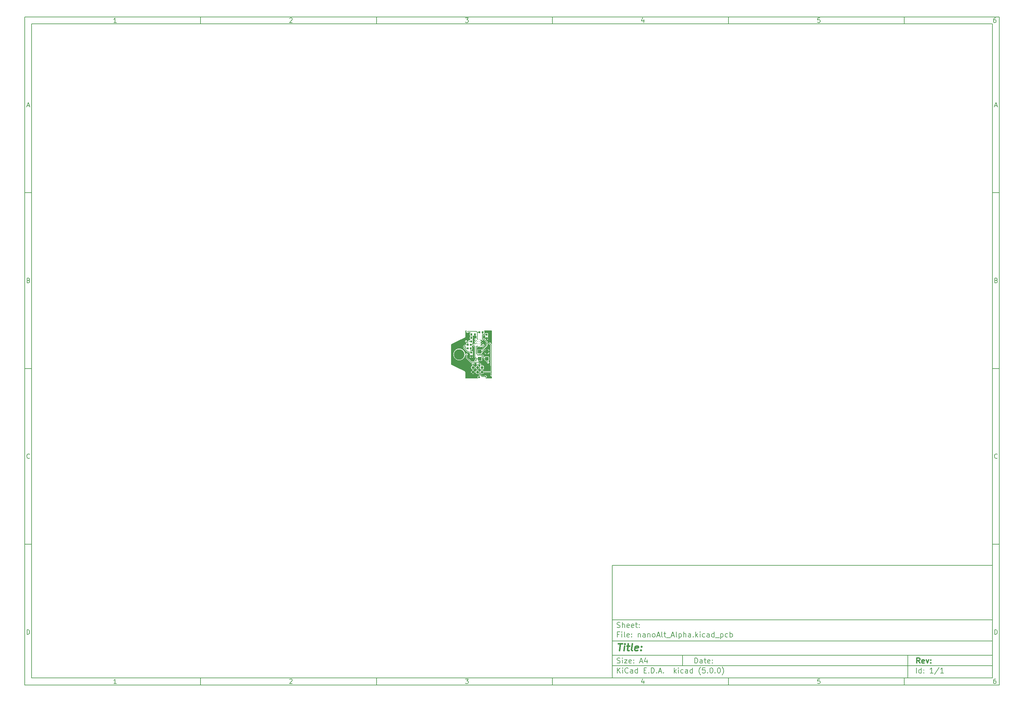
<source format=gbr>
G04 #@! TF.GenerationSoftware,KiCad,Pcbnew,(5.0.0)*
G04 #@! TF.CreationDate,2018-07-29T19:07:46+01:00*
G04 #@! TF.ProjectId,nanoAlt_Alpha,6E616E6F416C745F416C7068612E6B69,rev?*
G04 #@! TF.SameCoordinates,Original*
G04 #@! TF.FileFunction,Copper,L1,Top,Signal*
G04 #@! TF.FilePolarity,Positive*
%FSLAX46Y46*%
G04 Gerber Fmt 4.6, Leading zero omitted, Abs format (unit mm)*
G04 Created by KiCad (PCBNEW (5.0.0)) date 07/29/18 19:07:46*
%MOMM*%
%LPD*%
G01*
G04 APERTURE LIST*
%ADD10C,0.100000*%
%ADD11C,0.150000*%
%ADD12C,0.300000*%
%ADD13C,0.400000*%
G04 #@! TA.AperFunction,ViaPad*
%ADD14C,0.600000*%
G04 #@! TD*
G04 #@! TA.AperFunction,SMDPad,CuDef*
%ADD15R,1.000000X1.000000*%
G04 #@! TD*
G04 #@! TA.AperFunction,BGAPad,CuDef*
%ADD16C,0.300000*%
G04 #@! TD*
G04 #@! TA.AperFunction,SMDPad,CuDef*
%ADD17R,0.600000X0.600000*%
G04 #@! TD*
G04 #@! TA.AperFunction,ComponentPad*
%ADD18C,3.000000*%
G04 #@! TD*
G04 #@! TA.AperFunction,SMDPad,CuDef*
%ADD19R,0.800000X0.800000*%
G04 #@! TD*
G04 #@! TA.AperFunction,BGAPad,CuDef*
%ADD20C,0.800000*%
G04 #@! TD*
G04 #@! TA.AperFunction,ViaPad*
%ADD21C,0.330200*%
G04 #@! TD*
G04 #@! TA.AperFunction,ViaPad*
%ADD22C,0.400000*%
G04 #@! TD*
G04 #@! TA.AperFunction,ViaPad*
%ADD23C,0.355600*%
G04 #@! TD*
G04 #@! TA.AperFunction,Conductor*
%ADD24C,0.127000*%
G04 #@! TD*
G04 #@! TA.AperFunction,Conductor*
%ADD25C,0.152400*%
G04 #@! TD*
G04 APERTURE END LIST*
D10*
D11*
X177002200Y-166007200D02*
X177002200Y-198007200D01*
X285002200Y-198007200D01*
X285002200Y-166007200D01*
X177002200Y-166007200D01*
D10*
D11*
X10000000Y-10000000D02*
X10000000Y-200007200D01*
X287002200Y-200007200D01*
X287002200Y-10000000D01*
X10000000Y-10000000D01*
D10*
D11*
X12000000Y-12000000D02*
X12000000Y-198007200D01*
X285002200Y-198007200D01*
X285002200Y-12000000D01*
X12000000Y-12000000D01*
D10*
D11*
X60000000Y-12000000D02*
X60000000Y-10000000D01*
D10*
D11*
X110000000Y-12000000D02*
X110000000Y-10000000D01*
D10*
D11*
X160000000Y-12000000D02*
X160000000Y-10000000D01*
D10*
D11*
X210000000Y-12000000D02*
X210000000Y-10000000D01*
D10*
D11*
X260000000Y-12000000D02*
X260000000Y-10000000D01*
D10*
D11*
X36065476Y-11588095D02*
X35322619Y-11588095D01*
X35694047Y-11588095D02*
X35694047Y-10288095D01*
X35570238Y-10473809D01*
X35446428Y-10597619D01*
X35322619Y-10659523D01*
D10*
D11*
X85322619Y-10411904D02*
X85384523Y-10350000D01*
X85508333Y-10288095D01*
X85817857Y-10288095D01*
X85941666Y-10350000D01*
X86003571Y-10411904D01*
X86065476Y-10535714D01*
X86065476Y-10659523D01*
X86003571Y-10845238D01*
X85260714Y-11588095D01*
X86065476Y-11588095D01*
D10*
D11*
X135260714Y-10288095D02*
X136065476Y-10288095D01*
X135632142Y-10783333D01*
X135817857Y-10783333D01*
X135941666Y-10845238D01*
X136003571Y-10907142D01*
X136065476Y-11030952D01*
X136065476Y-11340476D01*
X136003571Y-11464285D01*
X135941666Y-11526190D01*
X135817857Y-11588095D01*
X135446428Y-11588095D01*
X135322619Y-11526190D01*
X135260714Y-11464285D01*
D10*
D11*
X185941666Y-10721428D02*
X185941666Y-11588095D01*
X185632142Y-10226190D02*
X185322619Y-11154761D01*
X186127380Y-11154761D01*
D10*
D11*
X236003571Y-10288095D02*
X235384523Y-10288095D01*
X235322619Y-10907142D01*
X235384523Y-10845238D01*
X235508333Y-10783333D01*
X235817857Y-10783333D01*
X235941666Y-10845238D01*
X236003571Y-10907142D01*
X236065476Y-11030952D01*
X236065476Y-11340476D01*
X236003571Y-11464285D01*
X235941666Y-11526190D01*
X235817857Y-11588095D01*
X235508333Y-11588095D01*
X235384523Y-11526190D01*
X235322619Y-11464285D01*
D10*
D11*
X285941666Y-10288095D02*
X285694047Y-10288095D01*
X285570238Y-10350000D01*
X285508333Y-10411904D01*
X285384523Y-10597619D01*
X285322619Y-10845238D01*
X285322619Y-11340476D01*
X285384523Y-11464285D01*
X285446428Y-11526190D01*
X285570238Y-11588095D01*
X285817857Y-11588095D01*
X285941666Y-11526190D01*
X286003571Y-11464285D01*
X286065476Y-11340476D01*
X286065476Y-11030952D01*
X286003571Y-10907142D01*
X285941666Y-10845238D01*
X285817857Y-10783333D01*
X285570238Y-10783333D01*
X285446428Y-10845238D01*
X285384523Y-10907142D01*
X285322619Y-11030952D01*
D10*
D11*
X60000000Y-198007200D02*
X60000000Y-200007200D01*
D10*
D11*
X110000000Y-198007200D02*
X110000000Y-200007200D01*
D10*
D11*
X160000000Y-198007200D02*
X160000000Y-200007200D01*
D10*
D11*
X210000000Y-198007200D02*
X210000000Y-200007200D01*
D10*
D11*
X260000000Y-198007200D02*
X260000000Y-200007200D01*
D10*
D11*
X36065476Y-199595295D02*
X35322619Y-199595295D01*
X35694047Y-199595295D02*
X35694047Y-198295295D01*
X35570238Y-198481009D01*
X35446428Y-198604819D01*
X35322619Y-198666723D01*
D10*
D11*
X85322619Y-198419104D02*
X85384523Y-198357200D01*
X85508333Y-198295295D01*
X85817857Y-198295295D01*
X85941666Y-198357200D01*
X86003571Y-198419104D01*
X86065476Y-198542914D01*
X86065476Y-198666723D01*
X86003571Y-198852438D01*
X85260714Y-199595295D01*
X86065476Y-199595295D01*
D10*
D11*
X135260714Y-198295295D02*
X136065476Y-198295295D01*
X135632142Y-198790533D01*
X135817857Y-198790533D01*
X135941666Y-198852438D01*
X136003571Y-198914342D01*
X136065476Y-199038152D01*
X136065476Y-199347676D01*
X136003571Y-199471485D01*
X135941666Y-199533390D01*
X135817857Y-199595295D01*
X135446428Y-199595295D01*
X135322619Y-199533390D01*
X135260714Y-199471485D01*
D10*
D11*
X185941666Y-198728628D02*
X185941666Y-199595295D01*
X185632142Y-198233390D02*
X185322619Y-199161961D01*
X186127380Y-199161961D01*
D10*
D11*
X236003571Y-198295295D02*
X235384523Y-198295295D01*
X235322619Y-198914342D01*
X235384523Y-198852438D01*
X235508333Y-198790533D01*
X235817857Y-198790533D01*
X235941666Y-198852438D01*
X236003571Y-198914342D01*
X236065476Y-199038152D01*
X236065476Y-199347676D01*
X236003571Y-199471485D01*
X235941666Y-199533390D01*
X235817857Y-199595295D01*
X235508333Y-199595295D01*
X235384523Y-199533390D01*
X235322619Y-199471485D01*
D10*
D11*
X285941666Y-198295295D02*
X285694047Y-198295295D01*
X285570238Y-198357200D01*
X285508333Y-198419104D01*
X285384523Y-198604819D01*
X285322619Y-198852438D01*
X285322619Y-199347676D01*
X285384523Y-199471485D01*
X285446428Y-199533390D01*
X285570238Y-199595295D01*
X285817857Y-199595295D01*
X285941666Y-199533390D01*
X286003571Y-199471485D01*
X286065476Y-199347676D01*
X286065476Y-199038152D01*
X286003571Y-198914342D01*
X285941666Y-198852438D01*
X285817857Y-198790533D01*
X285570238Y-198790533D01*
X285446428Y-198852438D01*
X285384523Y-198914342D01*
X285322619Y-199038152D01*
D10*
D11*
X10000000Y-60000000D02*
X12000000Y-60000000D01*
D10*
D11*
X10000000Y-110000000D02*
X12000000Y-110000000D01*
D10*
D11*
X10000000Y-160000000D02*
X12000000Y-160000000D01*
D10*
D11*
X10690476Y-35216666D02*
X11309523Y-35216666D01*
X10566666Y-35588095D02*
X11000000Y-34288095D01*
X11433333Y-35588095D01*
D10*
D11*
X11092857Y-84907142D02*
X11278571Y-84969047D01*
X11340476Y-85030952D01*
X11402380Y-85154761D01*
X11402380Y-85340476D01*
X11340476Y-85464285D01*
X11278571Y-85526190D01*
X11154761Y-85588095D01*
X10659523Y-85588095D01*
X10659523Y-84288095D01*
X11092857Y-84288095D01*
X11216666Y-84350000D01*
X11278571Y-84411904D01*
X11340476Y-84535714D01*
X11340476Y-84659523D01*
X11278571Y-84783333D01*
X11216666Y-84845238D01*
X11092857Y-84907142D01*
X10659523Y-84907142D01*
D10*
D11*
X11402380Y-135464285D02*
X11340476Y-135526190D01*
X11154761Y-135588095D01*
X11030952Y-135588095D01*
X10845238Y-135526190D01*
X10721428Y-135402380D01*
X10659523Y-135278571D01*
X10597619Y-135030952D01*
X10597619Y-134845238D01*
X10659523Y-134597619D01*
X10721428Y-134473809D01*
X10845238Y-134350000D01*
X11030952Y-134288095D01*
X11154761Y-134288095D01*
X11340476Y-134350000D01*
X11402380Y-134411904D01*
D10*
D11*
X10659523Y-185588095D02*
X10659523Y-184288095D01*
X10969047Y-184288095D01*
X11154761Y-184350000D01*
X11278571Y-184473809D01*
X11340476Y-184597619D01*
X11402380Y-184845238D01*
X11402380Y-185030952D01*
X11340476Y-185278571D01*
X11278571Y-185402380D01*
X11154761Y-185526190D01*
X10969047Y-185588095D01*
X10659523Y-185588095D01*
D10*
D11*
X287002200Y-60000000D02*
X285002200Y-60000000D01*
D10*
D11*
X287002200Y-110000000D02*
X285002200Y-110000000D01*
D10*
D11*
X287002200Y-160000000D02*
X285002200Y-160000000D01*
D10*
D11*
X285692676Y-35216666D02*
X286311723Y-35216666D01*
X285568866Y-35588095D02*
X286002200Y-34288095D01*
X286435533Y-35588095D01*
D10*
D11*
X286095057Y-84907142D02*
X286280771Y-84969047D01*
X286342676Y-85030952D01*
X286404580Y-85154761D01*
X286404580Y-85340476D01*
X286342676Y-85464285D01*
X286280771Y-85526190D01*
X286156961Y-85588095D01*
X285661723Y-85588095D01*
X285661723Y-84288095D01*
X286095057Y-84288095D01*
X286218866Y-84350000D01*
X286280771Y-84411904D01*
X286342676Y-84535714D01*
X286342676Y-84659523D01*
X286280771Y-84783333D01*
X286218866Y-84845238D01*
X286095057Y-84907142D01*
X285661723Y-84907142D01*
D10*
D11*
X286404580Y-135464285D02*
X286342676Y-135526190D01*
X286156961Y-135588095D01*
X286033152Y-135588095D01*
X285847438Y-135526190D01*
X285723628Y-135402380D01*
X285661723Y-135278571D01*
X285599819Y-135030952D01*
X285599819Y-134845238D01*
X285661723Y-134597619D01*
X285723628Y-134473809D01*
X285847438Y-134350000D01*
X286033152Y-134288095D01*
X286156961Y-134288095D01*
X286342676Y-134350000D01*
X286404580Y-134411904D01*
D10*
D11*
X285661723Y-185588095D02*
X285661723Y-184288095D01*
X285971247Y-184288095D01*
X286156961Y-184350000D01*
X286280771Y-184473809D01*
X286342676Y-184597619D01*
X286404580Y-184845238D01*
X286404580Y-185030952D01*
X286342676Y-185278571D01*
X286280771Y-185402380D01*
X286156961Y-185526190D01*
X285971247Y-185588095D01*
X285661723Y-185588095D01*
D10*
D11*
X200434342Y-193785771D02*
X200434342Y-192285771D01*
X200791485Y-192285771D01*
X201005771Y-192357200D01*
X201148628Y-192500057D01*
X201220057Y-192642914D01*
X201291485Y-192928628D01*
X201291485Y-193142914D01*
X201220057Y-193428628D01*
X201148628Y-193571485D01*
X201005771Y-193714342D01*
X200791485Y-193785771D01*
X200434342Y-193785771D01*
X202577200Y-193785771D02*
X202577200Y-193000057D01*
X202505771Y-192857200D01*
X202362914Y-192785771D01*
X202077200Y-192785771D01*
X201934342Y-192857200D01*
X202577200Y-193714342D02*
X202434342Y-193785771D01*
X202077200Y-193785771D01*
X201934342Y-193714342D01*
X201862914Y-193571485D01*
X201862914Y-193428628D01*
X201934342Y-193285771D01*
X202077200Y-193214342D01*
X202434342Y-193214342D01*
X202577200Y-193142914D01*
X203077200Y-192785771D02*
X203648628Y-192785771D01*
X203291485Y-192285771D02*
X203291485Y-193571485D01*
X203362914Y-193714342D01*
X203505771Y-193785771D01*
X203648628Y-193785771D01*
X204720057Y-193714342D02*
X204577200Y-193785771D01*
X204291485Y-193785771D01*
X204148628Y-193714342D01*
X204077200Y-193571485D01*
X204077200Y-193000057D01*
X204148628Y-192857200D01*
X204291485Y-192785771D01*
X204577200Y-192785771D01*
X204720057Y-192857200D01*
X204791485Y-193000057D01*
X204791485Y-193142914D01*
X204077200Y-193285771D01*
X205434342Y-193642914D02*
X205505771Y-193714342D01*
X205434342Y-193785771D01*
X205362914Y-193714342D01*
X205434342Y-193642914D01*
X205434342Y-193785771D01*
X205434342Y-192857200D02*
X205505771Y-192928628D01*
X205434342Y-193000057D01*
X205362914Y-192928628D01*
X205434342Y-192857200D01*
X205434342Y-193000057D01*
D10*
D11*
X177002200Y-194507200D02*
X285002200Y-194507200D01*
D10*
D11*
X178434342Y-196585771D02*
X178434342Y-195085771D01*
X179291485Y-196585771D02*
X178648628Y-195728628D01*
X179291485Y-195085771D02*
X178434342Y-195942914D01*
X179934342Y-196585771D02*
X179934342Y-195585771D01*
X179934342Y-195085771D02*
X179862914Y-195157200D01*
X179934342Y-195228628D01*
X180005771Y-195157200D01*
X179934342Y-195085771D01*
X179934342Y-195228628D01*
X181505771Y-196442914D02*
X181434342Y-196514342D01*
X181220057Y-196585771D01*
X181077200Y-196585771D01*
X180862914Y-196514342D01*
X180720057Y-196371485D01*
X180648628Y-196228628D01*
X180577200Y-195942914D01*
X180577200Y-195728628D01*
X180648628Y-195442914D01*
X180720057Y-195300057D01*
X180862914Y-195157200D01*
X181077200Y-195085771D01*
X181220057Y-195085771D01*
X181434342Y-195157200D01*
X181505771Y-195228628D01*
X182791485Y-196585771D02*
X182791485Y-195800057D01*
X182720057Y-195657200D01*
X182577200Y-195585771D01*
X182291485Y-195585771D01*
X182148628Y-195657200D01*
X182791485Y-196514342D02*
X182648628Y-196585771D01*
X182291485Y-196585771D01*
X182148628Y-196514342D01*
X182077200Y-196371485D01*
X182077200Y-196228628D01*
X182148628Y-196085771D01*
X182291485Y-196014342D01*
X182648628Y-196014342D01*
X182791485Y-195942914D01*
X184148628Y-196585771D02*
X184148628Y-195085771D01*
X184148628Y-196514342D02*
X184005771Y-196585771D01*
X183720057Y-196585771D01*
X183577200Y-196514342D01*
X183505771Y-196442914D01*
X183434342Y-196300057D01*
X183434342Y-195871485D01*
X183505771Y-195728628D01*
X183577200Y-195657200D01*
X183720057Y-195585771D01*
X184005771Y-195585771D01*
X184148628Y-195657200D01*
X186005771Y-195800057D02*
X186505771Y-195800057D01*
X186720057Y-196585771D02*
X186005771Y-196585771D01*
X186005771Y-195085771D01*
X186720057Y-195085771D01*
X187362914Y-196442914D02*
X187434342Y-196514342D01*
X187362914Y-196585771D01*
X187291485Y-196514342D01*
X187362914Y-196442914D01*
X187362914Y-196585771D01*
X188077200Y-196585771D02*
X188077200Y-195085771D01*
X188434342Y-195085771D01*
X188648628Y-195157200D01*
X188791485Y-195300057D01*
X188862914Y-195442914D01*
X188934342Y-195728628D01*
X188934342Y-195942914D01*
X188862914Y-196228628D01*
X188791485Y-196371485D01*
X188648628Y-196514342D01*
X188434342Y-196585771D01*
X188077200Y-196585771D01*
X189577200Y-196442914D02*
X189648628Y-196514342D01*
X189577200Y-196585771D01*
X189505771Y-196514342D01*
X189577200Y-196442914D01*
X189577200Y-196585771D01*
X190220057Y-196157200D02*
X190934342Y-196157200D01*
X190077200Y-196585771D02*
X190577200Y-195085771D01*
X191077200Y-196585771D01*
X191577200Y-196442914D02*
X191648628Y-196514342D01*
X191577200Y-196585771D01*
X191505771Y-196514342D01*
X191577200Y-196442914D01*
X191577200Y-196585771D01*
X194577200Y-196585771D02*
X194577200Y-195085771D01*
X194720057Y-196014342D02*
X195148628Y-196585771D01*
X195148628Y-195585771D02*
X194577200Y-196157200D01*
X195791485Y-196585771D02*
X195791485Y-195585771D01*
X195791485Y-195085771D02*
X195720057Y-195157200D01*
X195791485Y-195228628D01*
X195862914Y-195157200D01*
X195791485Y-195085771D01*
X195791485Y-195228628D01*
X197148628Y-196514342D02*
X197005771Y-196585771D01*
X196720057Y-196585771D01*
X196577200Y-196514342D01*
X196505771Y-196442914D01*
X196434342Y-196300057D01*
X196434342Y-195871485D01*
X196505771Y-195728628D01*
X196577200Y-195657200D01*
X196720057Y-195585771D01*
X197005771Y-195585771D01*
X197148628Y-195657200D01*
X198434342Y-196585771D02*
X198434342Y-195800057D01*
X198362914Y-195657200D01*
X198220057Y-195585771D01*
X197934342Y-195585771D01*
X197791485Y-195657200D01*
X198434342Y-196514342D02*
X198291485Y-196585771D01*
X197934342Y-196585771D01*
X197791485Y-196514342D01*
X197720057Y-196371485D01*
X197720057Y-196228628D01*
X197791485Y-196085771D01*
X197934342Y-196014342D01*
X198291485Y-196014342D01*
X198434342Y-195942914D01*
X199791485Y-196585771D02*
X199791485Y-195085771D01*
X199791485Y-196514342D02*
X199648628Y-196585771D01*
X199362914Y-196585771D01*
X199220057Y-196514342D01*
X199148628Y-196442914D01*
X199077200Y-196300057D01*
X199077200Y-195871485D01*
X199148628Y-195728628D01*
X199220057Y-195657200D01*
X199362914Y-195585771D01*
X199648628Y-195585771D01*
X199791485Y-195657200D01*
X202077200Y-197157200D02*
X202005771Y-197085771D01*
X201862914Y-196871485D01*
X201791485Y-196728628D01*
X201720057Y-196514342D01*
X201648628Y-196157200D01*
X201648628Y-195871485D01*
X201720057Y-195514342D01*
X201791485Y-195300057D01*
X201862914Y-195157200D01*
X202005771Y-194942914D01*
X202077200Y-194871485D01*
X203362914Y-195085771D02*
X202648628Y-195085771D01*
X202577200Y-195800057D01*
X202648628Y-195728628D01*
X202791485Y-195657200D01*
X203148628Y-195657200D01*
X203291485Y-195728628D01*
X203362914Y-195800057D01*
X203434342Y-195942914D01*
X203434342Y-196300057D01*
X203362914Y-196442914D01*
X203291485Y-196514342D01*
X203148628Y-196585771D01*
X202791485Y-196585771D01*
X202648628Y-196514342D01*
X202577200Y-196442914D01*
X204077200Y-196442914D02*
X204148628Y-196514342D01*
X204077200Y-196585771D01*
X204005771Y-196514342D01*
X204077200Y-196442914D01*
X204077200Y-196585771D01*
X205077200Y-195085771D02*
X205220057Y-195085771D01*
X205362914Y-195157200D01*
X205434342Y-195228628D01*
X205505771Y-195371485D01*
X205577200Y-195657200D01*
X205577200Y-196014342D01*
X205505771Y-196300057D01*
X205434342Y-196442914D01*
X205362914Y-196514342D01*
X205220057Y-196585771D01*
X205077200Y-196585771D01*
X204934342Y-196514342D01*
X204862914Y-196442914D01*
X204791485Y-196300057D01*
X204720057Y-196014342D01*
X204720057Y-195657200D01*
X204791485Y-195371485D01*
X204862914Y-195228628D01*
X204934342Y-195157200D01*
X205077200Y-195085771D01*
X206220057Y-196442914D02*
X206291485Y-196514342D01*
X206220057Y-196585771D01*
X206148628Y-196514342D01*
X206220057Y-196442914D01*
X206220057Y-196585771D01*
X207220057Y-195085771D02*
X207362914Y-195085771D01*
X207505771Y-195157200D01*
X207577200Y-195228628D01*
X207648628Y-195371485D01*
X207720057Y-195657200D01*
X207720057Y-196014342D01*
X207648628Y-196300057D01*
X207577200Y-196442914D01*
X207505771Y-196514342D01*
X207362914Y-196585771D01*
X207220057Y-196585771D01*
X207077200Y-196514342D01*
X207005771Y-196442914D01*
X206934342Y-196300057D01*
X206862914Y-196014342D01*
X206862914Y-195657200D01*
X206934342Y-195371485D01*
X207005771Y-195228628D01*
X207077200Y-195157200D01*
X207220057Y-195085771D01*
X208220057Y-197157200D02*
X208291485Y-197085771D01*
X208434342Y-196871485D01*
X208505771Y-196728628D01*
X208577200Y-196514342D01*
X208648628Y-196157200D01*
X208648628Y-195871485D01*
X208577200Y-195514342D01*
X208505771Y-195300057D01*
X208434342Y-195157200D01*
X208291485Y-194942914D01*
X208220057Y-194871485D01*
D10*
D11*
X177002200Y-191507200D02*
X285002200Y-191507200D01*
D10*
D12*
X264411485Y-193785771D02*
X263911485Y-193071485D01*
X263554342Y-193785771D02*
X263554342Y-192285771D01*
X264125771Y-192285771D01*
X264268628Y-192357200D01*
X264340057Y-192428628D01*
X264411485Y-192571485D01*
X264411485Y-192785771D01*
X264340057Y-192928628D01*
X264268628Y-193000057D01*
X264125771Y-193071485D01*
X263554342Y-193071485D01*
X265625771Y-193714342D02*
X265482914Y-193785771D01*
X265197200Y-193785771D01*
X265054342Y-193714342D01*
X264982914Y-193571485D01*
X264982914Y-193000057D01*
X265054342Y-192857200D01*
X265197200Y-192785771D01*
X265482914Y-192785771D01*
X265625771Y-192857200D01*
X265697200Y-193000057D01*
X265697200Y-193142914D01*
X264982914Y-193285771D01*
X266197200Y-192785771D02*
X266554342Y-193785771D01*
X266911485Y-192785771D01*
X267482914Y-193642914D02*
X267554342Y-193714342D01*
X267482914Y-193785771D01*
X267411485Y-193714342D01*
X267482914Y-193642914D01*
X267482914Y-193785771D01*
X267482914Y-192857200D02*
X267554342Y-192928628D01*
X267482914Y-193000057D01*
X267411485Y-192928628D01*
X267482914Y-192857200D01*
X267482914Y-193000057D01*
D10*
D11*
X178362914Y-193714342D02*
X178577200Y-193785771D01*
X178934342Y-193785771D01*
X179077200Y-193714342D01*
X179148628Y-193642914D01*
X179220057Y-193500057D01*
X179220057Y-193357200D01*
X179148628Y-193214342D01*
X179077200Y-193142914D01*
X178934342Y-193071485D01*
X178648628Y-193000057D01*
X178505771Y-192928628D01*
X178434342Y-192857200D01*
X178362914Y-192714342D01*
X178362914Y-192571485D01*
X178434342Y-192428628D01*
X178505771Y-192357200D01*
X178648628Y-192285771D01*
X179005771Y-192285771D01*
X179220057Y-192357200D01*
X179862914Y-193785771D02*
X179862914Y-192785771D01*
X179862914Y-192285771D02*
X179791485Y-192357200D01*
X179862914Y-192428628D01*
X179934342Y-192357200D01*
X179862914Y-192285771D01*
X179862914Y-192428628D01*
X180434342Y-192785771D02*
X181220057Y-192785771D01*
X180434342Y-193785771D01*
X181220057Y-193785771D01*
X182362914Y-193714342D02*
X182220057Y-193785771D01*
X181934342Y-193785771D01*
X181791485Y-193714342D01*
X181720057Y-193571485D01*
X181720057Y-193000057D01*
X181791485Y-192857200D01*
X181934342Y-192785771D01*
X182220057Y-192785771D01*
X182362914Y-192857200D01*
X182434342Y-193000057D01*
X182434342Y-193142914D01*
X181720057Y-193285771D01*
X183077200Y-193642914D02*
X183148628Y-193714342D01*
X183077200Y-193785771D01*
X183005771Y-193714342D01*
X183077200Y-193642914D01*
X183077200Y-193785771D01*
X183077200Y-192857200D02*
X183148628Y-192928628D01*
X183077200Y-193000057D01*
X183005771Y-192928628D01*
X183077200Y-192857200D01*
X183077200Y-193000057D01*
X184862914Y-193357200D02*
X185577200Y-193357200D01*
X184720057Y-193785771D02*
X185220057Y-192285771D01*
X185720057Y-193785771D01*
X186862914Y-192785771D02*
X186862914Y-193785771D01*
X186505771Y-192214342D02*
X186148628Y-193285771D01*
X187077200Y-193285771D01*
D10*
D11*
X263434342Y-196585771D02*
X263434342Y-195085771D01*
X264791485Y-196585771D02*
X264791485Y-195085771D01*
X264791485Y-196514342D02*
X264648628Y-196585771D01*
X264362914Y-196585771D01*
X264220057Y-196514342D01*
X264148628Y-196442914D01*
X264077200Y-196300057D01*
X264077200Y-195871485D01*
X264148628Y-195728628D01*
X264220057Y-195657200D01*
X264362914Y-195585771D01*
X264648628Y-195585771D01*
X264791485Y-195657200D01*
X265505771Y-196442914D02*
X265577200Y-196514342D01*
X265505771Y-196585771D01*
X265434342Y-196514342D01*
X265505771Y-196442914D01*
X265505771Y-196585771D01*
X265505771Y-195657200D02*
X265577200Y-195728628D01*
X265505771Y-195800057D01*
X265434342Y-195728628D01*
X265505771Y-195657200D01*
X265505771Y-195800057D01*
X268148628Y-196585771D02*
X267291485Y-196585771D01*
X267720057Y-196585771D02*
X267720057Y-195085771D01*
X267577200Y-195300057D01*
X267434342Y-195442914D01*
X267291485Y-195514342D01*
X269862914Y-195014342D02*
X268577200Y-196942914D01*
X271148628Y-196585771D02*
X270291485Y-196585771D01*
X270720057Y-196585771D02*
X270720057Y-195085771D01*
X270577200Y-195300057D01*
X270434342Y-195442914D01*
X270291485Y-195514342D01*
D10*
D11*
X177002200Y-187507200D02*
X285002200Y-187507200D01*
D10*
D13*
X178714580Y-188211961D02*
X179857438Y-188211961D01*
X179036009Y-190211961D02*
X179286009Y-188211961D01*
X180274104Y-190211961D02*
X180440771Y-188878628D01*
X180524104Y-188211961D02*
X180416961Y-188307200D01*
X180500295Y-188402438D01*
X180607438Y-188307200D01*
X180524104Y-188211961D01*
X180500295Y-188402438D01*
X181107438Y-188878628D02*
X181869342Y-188878628D01*
X181476485Y-188211961D02*
X181262200Y-189926247D01*
X181333628Y-190116723D01*
X181512200Y-190211961D01*
X181702676Y-190211961D01*
X182655057Y-190211961D02*
X182476485Y-190116723D01*
X182405057Y-189926247D01*
X182619342Y-188211961D01*
X184190771Y-190116723D02*
X183988390Y-190211961D01*
X183607438Y-190211961D01*
X183428866Y-190116723D01*
X183357438Y-189926247D01*
X183452676Y-189164342D01*
X183571723Y-188973866D01*
X183774104Y-188878628D01*
X184155057Y-188878628D01*
X184333628Y-188973866D01*
X184405057Y-189164342D01*
X184381247Y-189354819D01*
X183405057Y-189545295D01*
X185155057Y-190021485D02*
X185238390Y-190116723D01*
X185131247Y-190211961D01*
X185047914Y-190116723D01*
X185155057Y-190021485D01*
X185131247Y-190211961D01*
X185286009Y-188973866D02*
X185369342Y-189069104D01*
X185262200Y-189164342D01*
X185178866Y-189069104D01*
X185286009Y-188973866D01*
X185262200Y-189164342D01*
D10*
D11*
X178934342Y-185600057D02*
X178434342Y-185600057D01*
X178434342Y-186385771D02*
X178434342Y-184885771D01*
X179148628Y-184885771D01*
X179720057Y-186385771D02*
X179720057Y-185385771D01*
X179720057Y-184885771D02*
X179648628Y-184957200D01*
X179720057Y-185028628D01*
X179791485Y-184957200D01*
X179720057Y-184885771D01*
X179720057Y-185028628D01*
X180648628Y-186385771D02*
X180505771Y-186314342D01*
X180434342Y-186171485D01*
X180434342Y-184885771D01*
X181791485Y-186314342D02*
X181648628Y-186385771D01*
X181362914Y-186385771D01*
X181220057Y-186314342D01*
X181148628Y-186171485D01*
X181148628Y-185600057D01*
X181220057Y-185457200D01*
X181362914Y-185385771D01*
X181648628Y-185385771D01*
X181791485Y-185457200D01*
X181862914Y-185600057D01*
X181862914Y-185742914D01*
X181148628Y-185885771D01*
X182505771Y-186242914D02*
X182577200Y-186314342D01*
X182505771Y-186385771D01*
X182434342Y-186314342D01*
X182505771Y-186242914D01*
X182505771Y-186385771D01*
X182505771Y-185457200D02*
X182577200Y-185528628D01*
X182505771Y-185600057D01*
X182434342Y-185528628D01*
X182505771Y-185457200D01*
X182505771Y-185600057D01*
X184362914Y-185385771D02*
X184362914Y-186385771D01*
X184362914Y-185528628D02*
X184434342Y-185457200D01*
X184577200Y-185385771D01*
X184791485Y-185385771D01*
X184934342Y-185457200D01*
X185005771Y-185600057D01*
X185005771Y-186385771D01*
X186362914Y-186385771D02*
X186362914Y-185600057D01*
X186291485Y-185457200D01*
X186148628Y-185385771D01*
X185862914Y-185385771D01*
X185720057Y-185457200D01*
X186362914Y-186314342D02*
X186220057Y-186385771D01*
X185862914Y-186385771D01*
X185720057Y-186314342D01*
X185648628Y-186171485D01*
X185648628Y-186028628D01*
X185720057Y-185885771D01*
X185862914Y-185814342D01*
X186220057Y-185814342D01*
X186362914Y-185742914D01*
X187077200Y-185385771D02*
X187077200Y-186385771D01*
X187077200Y-185528628D02*
X187148628Y-185457200D01*
X187291485Y-185385771D01*
X187505771Y-185385771D01*
X187648628Y-185457200D01*
X187720057Y-185600057D01*
X187720057Y-186385771D01*
X188648628Y-186385771D02*
X188505771Y-186314342D01*
X188434342Y-186242914D01*
X188362914Y-186100057D01*
X188362914Y-185671485D01*
X188434342Y-185528628D01*
X188505771Y-185457200D01*
X188648628Y-185385771D01*
X188862914Y-185385771D01*
X189005771Y-185457200D01*
X189077200Y-185528628D01*
X189148628Y-185671485D01*
X189148628Y-186100057D01*
X189077200Y-186242914D01*
X189005771Y-186314342D01*
X188862914Y-186385771D01*
X188648628Y-186385771D01*
X189720057Y-185957200D02*
X190434342Y-185957200D01*
X189577200Y-186385771D02*
X190077200Y-184885771D01*
X190577200Y-186385771D01*
X191291485Y-186385771D02*
X191148628Y-186314342D01*
X191077200Y-186171485D01*
X191077200Y-184885771D01*
X191648628Y-185385771D02*
X192220057Y-185385771D01*
X191862914Y-184885771D02*
X191862914Y-186171485D01*
X191934342Y-186314342D01*
X192077200Y-186385771D01*
X192220057Y-186385771D01*
X192362914Y-186528628D02*
X193505771Y-186528628D01*
X193791485Y-185957200D02*
X194505771Y-185957200D01*
X193648628Y-186385771D02*
X194148628Y-184885771D01*
X194648628Y-186385771D01*
X195362914Y-186385771D02*
X195220057Y-186314342D01*
X195148628Y-186171485D01*
X195148628Y-184885771D01*
X195934342Y-185385771D02*
X195934342Y-186885771D01*
X195934342Y-185457200D02*
X196077200Y-185385771D01*
X196362914Y-185385771D01*
X196505771Y-185457200D01*
X196577200Y-185528628D01*
X196648628Y-185671485D01*
X196648628Y-186100057D01*
X196577200Y-186242914D01*
X196505771Y-186314342D01*
X196362914Y-186385771D01*
X196077200Y-186385771D01*
X195934342Y-186314342D01*
X197291485Y-186385771D02*
X197291485Y-184885771D01*
X197934342Y-186385771D02*
X197934342Y-185600057D01*
X197862914Y-185457200D01*
X197720057Y-185385771D01*
X197505771Y-185385771D01*
X197362914Y-185457200D01*
X197291485Y-185528628D01*
X199291485Y-186385771D02*
X199291485Y-185600057D01*
X199220057Y-185457200D01*
X199077200Y-185385771D01*
X198791485Y-185385771D01*
X198648628Y-185457200D01*
X199291485Y-186314342D02*
X199148628Y-186385771D01*
X198791485Y-186385771D01*
X198648628Y-186314342D01*
X198577200Y-186171485D01*
X198577200Y-186028628D01*
X198648628Y-185885771D01*
X198791485Y-185814342D01*
X199148628Y-185814342D01*
X199291485Y-185742914D01*
X200005771Y-186242914D02*
X200077200Y-186314342D01*
X200005771Y-186385771D01*
X199934342Y-186314342D01*
X200005771Y-186242914D01*
X200005771Y-186385771D01*
X200720057Y-186385771D02*
X200720057Y-184885771D01*
X200862914Y-185814342D02*
X201291485Y-186385771D01*
X201291485Y-185385771D02*
X200720057Y-185957200D01*
X201934342Y-186385771D02*
X201934342Y-185385771D01*
X201934342Y-184885771D02*
X201862914Y-184957200D01*
X201934342Y-185028628D01*
X202005771Y-184957200D01*
X201934342Y-184885771D01*
X201934342Y-185028628D01*
X203291485Y-186314342D02*
X203148628Y-186385771D01*
X202862914Y-186385771D01*
X202720057Y-186314342D01*
X202648628Y-186242914D01*
X202577200Y-186100057D01*
X202577200Y-185671485D01*
X202648628Y-185528628D01*
X202720057Y-185457200D01*
X202862914Y-185385771D01*
X203148628Y-185385771D01*
X203291485Y-185457200D01*
X204577200Y-186385771D02*
X204577200Y-185600057D01*
X204505771Y-185457200D01*
X204362914Y-185385771D01*
X204077200Y-185385771D01*
X203934342Y-185457200D01*
X204577200Y-186314342D02*
X204434342Y-186385771D01*
X204077200Y-186385771D01*
X203934342Y-186314342D01*
X203862914Y-186171485D01*
X203862914Y-186028628D01*
X203934342Y-185885771D01*
X204077200Y-185814342D01*
X204434342Y-185814342D01*
X204577200Y-185742914D01*
X205934342Y-186385771D02*
X205934342Y-184885771D01*
X205934342Y-186314342D02*
X205791485Y-186385771D01*
X205505771Y-186385771D01*
X205362914Y-186314342D01*
X205291485Y-186242914D01*
X205220057Y-186100057D01*
X205220057Y-185671485D01*
X205291485Y-185528628D01*
X205362914Y-185457200D01*
X205505771Y-185385771D01*
X205791485Y-185385771D01*
X205934342Y-185457200D01*
X206291485Y-186528628D02*
X207434342Y-186528628D01*
X207791485Y-185385771D02*
X207791485Y-186885771D01*
X207791485Y-185457200D02*
X207934342Y-185385771D01*
X208220057Y-185385771D01*
X208362914Y-185457200D01*
X208434342Y-185528628D01*
X208505771Y-185671485D01*
X208505771Y-186100057D01*
X208434342Y-186242914D01*
X208362914Y-186314342D01*
X208220057Y-186385771D01*
X207934342Y-186385771D01*
X207791485Y-186314342D01*
X209791485Y-186314342D02*
X209648628Y-186385771D01*
X209362914Y-186385771D01*
X209220057Y-186314342D01*
X209148628Y-186242914D01*
X209077200Y-186100057D01*
X209077200Y-185671485D01*
X209148628Y-185528628D01*
X209220057Y-185457200D01*
X209362914Y-185385771D01*
X209648628Y-185385771D01*
X209791485Y-185457200D01*
X210434342Y-186385771D02*
X210434342Y-184885771D01*
X210434342Y-185457200D02*
X210577200Y-185385771D01*
X210862914Y-185385771D01*
X211005771Y-185457200D01*
X211077200Y-185528628D01*
X211148628Y-185671485D01*
X211148628Y-186100057D01*
X211077200Y-186242914D01*
X211005771Y-186314342D01*
X210862914Y-186385771D01*
X210577200Y-186385771D01*
X210434342Y-186314342D01*
D10*
D11*
X177002200Y-181507200D02*
X285002200Y-181507200D01*
D10*
D11*
X178362914Y-183614342D02*
X178577200Y-183685771D01*
X178934342Y-183685771D01*
X179077200Y-183614342D01*
X179148628Y-183542914D01*
X179220057Y-183400057D01*
X179220057Y-183257200D01*
X179148628Y-183114342D01*
X179077200Y-183042914D01*
X178934342Y-182971485D01*
X178648628Y-182900057D01*
X178505771Y-182828628D01*
X178434342Y-182757200D01*
X178362914Y-182614342D01*
X178362914Y-182471485D01*
X178434342Y-182328628D01*
X178505771Y-182257200D01*
X178648628Y-182185771D01*
X179005771Y-182185771D01*
X179220057Y-182257200D01*
X179862914Y-183685771D02*
X179862914Y-182185771D01*
X180505771Y-183685771D02*
X180505771Y-182900057D01*
X180434342Y-182757200D01*
X180291485Y-182685771D01*
X180077200Y-182685771D01*
X179934342Y-182757200D01*
X179862914Y-182828628D01*
X181791485Y-183614342D02*
X181648628Y-183685771D01*
X181362914Y-183685771D01*
X181220057Y-183614342D01*
X181148628Y-183471485D01*
X181148628Y-182900057D01*
X181220057Y-182757200D01*
X181362914Y-182685771D01*
X181648628Y-182685771D01*
X181791485Y-182757200D01*
X181862914Y-182900057D01*
X181862914Y-183042914D01*
X181148628Y-183185771D01*
X183077200Y-183614342D02*
X182934342Y-183685771D01*
X182648628Y-183685771D01*
X182505771Y-183614342D01*
X182434342Y-183471485D01*
X182434342Y-182900057D01*
X182505771Y-182757200D01*
X182648628Y-182685771D01*
X182934342Y-182685771D01*
X183077200Y-182757200D01*
X183148628Y-182900057D01*
X183148628Y-183042914D01*
X182434342Y-183185771D01*
X183577200Y-182685771D02*
X184148628Y-182685771D01*
X183791485Y-182185771D02*
X183791485Y-183471485D01*
X183862914Y-183614342D01*
X184005771Y-183685771D01*
X184148628Y-183685771D01*
X184648628Y-183542914D02*
X184720057Y-183614342D01*
X184648628Y-183685771D01*
X184577200Y-183614342D01*
X184648628Y-183542914D01*
X184648628Y-183685771D01*
X184648628Y-182757200D02*
X184720057Y-182828628D01*
X184648628Y-182900057D01*
X184577200Y-182828628D01*
X184648628Y-182757200D01*
X184648628Y-182900057D01*
D10*
D11*
X197002200Y-191507200D02*
X197002200Y-194507200D01*
D10*
D11*
X261002200Y-191507200D02*
X261002200Y-198007200D01*
D14*
G04 #@! TO.N,GND*
G04 #@! TO.C,V\002A\002A*
X140550000Y-108100000D03*
G04 #@! TD*
G04 #@! TO.N,GND*
G04 #@! TO.C,V\002A\002A*
X141930000Y-103960000D03*
G04 #@! TD*
G04 #@! TO.N,GND*
G04 #@! TO.C,V\002A\002A*
X140770000Y-102560000D03*
G04 #@! TD*
G04 #@! TO.N,GND*
G04 #@! TO.C,V\002A\002A*
X137360000Y-107580000D03*
G04 #@! TD*
G04 #@! TO.N,GND*
G04 #@! TO.C,V\002A\002A*
X136120000Y-108180000D03*
G04 #@! TD*
G04 #@! TO.N,GND*
G04 #@! TO.C,V\002A\002A*
X142250000Y-99800000D03*
G04 #@! TD*
D15*
G04 #@! TO.P,IC1,1*
G04 #@! TO.N,+BATT*
X139350000Y-105200000D03*
G04 #@! TO.P,IC1,2*
G04 #@! TO.N,/MOSI*
X139350000Y-107200000D03*
G04 #@! TO.P,IC1,3*
G04 #@! TO.N,/SCL*
X141350000Y-107200000D03*
G04 #@! TO.P,IC1,4*
G04 #@! TO.N,GND*
X141350000Y-105200000D03*
G04 #@! TD*
D16*
G04 #@! TO.P,U1,D1*
G04 #@! TO.N,Net-(R4-Pad2)*
X140071500Y-103622500D03*
G04 #@! TO.P,U1,D2*
G04 #@! TO.N,GND*
X140071500Y-102972500D03*
G04 #@! TO.P,U1,D3*
X140071500Y-102322500D03*
G04 #@! TO.P,U1,D4*
G04 #@! TO.N,+BATT*
X140071500Y-101672500D03*
G04 #@! TO.P,U1,C4*
G04 #@! TO.N,Net-(U1-PadC4)*
X139421500Y-101672500D03*
G04 #@! TO.P,U1,C3*
G04 #@! TO.N,Net-(U1-PadC3)*
X139421500Y-102322500D03*
G04 #@! TO.P,U1,C2*
G04 #@! TO.N,Net-(U1-PadC2)*
X139421500Y-102972500D03*
G04 #@! TO.P,U1,C1*
G04 #@! TO.N,Net-(U1-PadC1)*
X139421500Y-103622500D03*
G04 #@! TO.P,U1,B1*
G04 #@! TO.N,/SCL*
X138771500Y-103622500D03*
G04 #@! TO.P,U1,B2*
G04 #@! TO.N,Net-(U1-PadB2)*
X138771500Y-102972500D03*
G04 #@! TO.P,U1,B3*
G04 #@! TO.N,Net-(U1-PadB3)*
X138771500Y-102322500D03*
G04 #@! TO.P,U1,B4*
G04 #@! TO.N,/RST*
X138771500Y-101672500D03*
G04 #@! TO.P,U1,A4*
G04 #@! TO.N,Net-(U1-PadA4)*
X138121500Y-101672500D03*
G04 #@! TO.P,U1,A3*
G04 #@! TO.N,/MOSI*
X138121500Y-102322500D03*
G04 #@! TO.P,U1,A2*
G04 #@! TO.N,/MISO*
X138121500Y-102972500D03*
G04 #@! TD*
D17*
G04 #@! TO.P,D1,1*
G04 #@! TO.N,GND*
X137960000Y-100257000D03*
G04 #@! TO.P,D1,2*
G04 #@! TO.N,Net-(D1-Pad2)*
X136960000Y-100257000D03*
G04 #@! TD*
G04 #@! TO.P,R2,1*
G04 #@! TO.N,+BATT*
X136750000Y-104249500D03*
G04 #@! TO.P,R2,2*
G04 #@! TO.N,/MOSI*
X136750000Y-103249500D03*
G04 #@! TD*
G04 #@! TO.P,R3,1*
G04 #@! TO.N,+BATT*
X135880500Y-103249500D03*
G04 #@! TO.P,R3,2*
G04 #@! TO.N,/SCL*
X135880500Y-104249500D03*
G04 #@! TD*
G04 #@! TO.P,R4,1*
G04 #@! TO.N,Net-(D1-Pad2)*
X136960000Y-101281000D03*
G04 #@! TO.P,R4,2*
G04 #@! TO.N,Net-(R4-Pad2)*
X136960000Y-102281000D03*
G04 #@! TD*
G04 #@! TO.P,C1,1*
G04 #@! TO.N,+BATT*
X141270000Y-100370000D03*
G04 #@! TO.P,C1,2*
G04 #@! TO.N,GND*
X141270000Y-101370000D03*
G04 #@! TD*
G04 #@! TO.P,C2,1*
G04 #@! TO.N,+BATT*
X136960000Y-105472000D03*
G04 #@! TO.P,C2,2*
G04 #@! TO.N,GND*
X136960000Y-106472000D03*
G04 #@! TD*
G04 #@! TO.P,R1,1*
G04 #@! TO.N,/RST*
X139190500Y-99685500D03*
G04 #@! TO.P,R1,2*
G04 #@! TO.N,+BATT*
X140190500Y-99685500D03*
G04 #@! TD*
D18*
G04 #@! TO.P,INTEGRATE,1*
G04 #@! TO.N,N/C*
X133500000Y-106000000D03*
G04 #@! TD*
D19*
G04 #@! TO.P,J1,1*
G04 #@! TO.N,/MISO*
X139954000Y-109728000D03*
D20*
G04 #@! TO.P,J1,2*
G04 #@! TO.N,+BATT*
X139954000Y-110998000D03*
G04 #@! TO.P,J1,3*
G04 #@! TO.N,/SCL*
X138684000Y-109728000D03*
G04 #@! TO.P,J1,4*
G04 #@! TO.N,/MOSI*
X138684000Y-110998000D03*
G04 #@! TO.P,J1,5*
G04 #@! TO.N,/RST*
X137414000Y-109728000D03*
G04 #@! TO.P,J1,6*
G04 #@! TO.N,GND*
X137414000Y-110998000D03*
G04 #@! TD*
D21*
G04 #@! TO.N,GND*
X137580000Y-101810000D03*
X139807472Y-102058307D03*
G04 #@! TO.N,+BATT*
X142650000Y-111950000D03*
X136384920Y-105266090D03*
X142200000Y-102900000D03*
X135450002Y-102300000D03*
G04 #@! TO.N,/MOSI*
X137450000Y-103260000D03*
X138384852Y-102059705D03*
D22*
X140970000Y-112299999D03*
X138176000Y-107696000D03*
D23*
G04 #@! TO.N,/SCL*
X135250000Y-103850000D03*
D21*
X138658990Y-108740000D03*
X141700000Y-108270000D03*
X138340000Y-103640000D03*
D14*
G04 #@! TO.N,/RST*
X139150000Y-112500000D03*
D21*
X135820000Y-99540000D03*
D22*
X137414000Y-108712000D03*
D21*
G04 #@! TO.N,/MISO*
X135590000Y-105980000D03*
X138384852Y-102709705D03*
G04 #@! TO.N,Net-(R4-Pad2)*
X136331918Y-102268681D03*
X140370000Y-103350000D03*
G04 #@! TD*
D24*
G04 #@! TO.N,GND*
X140770000Y-102560000D02*
X140484000Y-102560000D01*
X140484000Y-102560000D02*
X140071500Y-102972500D01*
X137580000Y-101380000D02*
X137960000Y-101000000D01*
X137960000Y-101000000D02*
X137960000Y-100257000D01*
X137580000Y-101810000D02*
X137580000Y-101380000D01*
X140071500Y-102322500D02*
X140071500Y-102311500D01*
X140071500Y-102311500D02*
X139800000Y-102040000D01*
G04 #@! TO.N,+BATT*
X135983410Y-105266090D02*
X134806298Y-104088978D01*
X134806298Y-103711022D02*
X135267820Y-103249500D01*
X136384920Y-105266090D02*
X135983410Y-105266090D01*
X135453500Y-103249500D02*
X135880500Y-103249500D01*
X135267820Y-103249500D02*
X135453500Y-103249500D01*
X134806298Y-104088978D02*
X134806298Y-103711022D01*
X142650000Y-111716514D02*
X142650000Y-111950000D01*
X142580000Y-109210000D02*
X142650000Y-109280000D01*
X142580000Y-109210000D02*
X142580000Y-103280000D01*
X142580000Y-103280000D02*
X142200000Y-102900000D01*
X136384920Y-105323920D02*
X136384920Y-105266090D01*
X136533000Y-105472000D02*
X136384920Y-105323920D01*
X136960000Y-105472000D02*
X136533000Y-105472000D01*
X141293534Y-102900000D02*
X141293534Y-103436466D01*
X141293534Y-102330000D02*
X141293534Y-102900000D01*
X141293534Y-102900000D02*
X142200000Y-102900000D01*
X136750000Y-104249500D02*
X136750000Y-105262000D01*
X136750000Y-105262000D02*
X136960000Y-105472000D01*
X140270000Y-105020000D02*
X140090000Y-105200000D01*
X140090000Y-105200000D02*
X139350000Y-105200000D01*
X140270000Y-104460000D02*
X140270000Y-105020000D01*
X141293534Y-103436466D02*
X140270000Y-104460000D01*
X140071500Y-101672500D02*
X140636034Y-101672500D01*
X140636034Y-101672500D02*
X141293534Y-102330000D01*
X140190500Y-100112500D02*
X140328000Y-100250000D01*
X140328000Y-100250000D02*
X140448000Y-100370000D01*
X140071500Y-101672500D02*
X140071500Y-100506500D01*
X140071500Y-100506500D02*
X140328000Y-100250000D01*
X140190500Y-99685500D02*
X140190500Y-100112500D01*
X140448000Y-100370000D02*
X140843000Y-100370000D01*
X140843000Y-100370000D02*
X141270000Y-100370000D01*
X135615101Y-102465099D02*
X135450002Y-102300000D01*
X135880500Y-103249500D02*
X135880500Y-102730498D01*
X135880500Y-102730498D02*
X135615101Y-102465099D01*
X139954000Y-110998000D02*
X142650000Y-110998000D01*
X142650000Y-109280000D02*
X142650000Y-110998000D01*
X142650000Y-110998000D02*
X142650000Y-111716514D01*
G04 #@! TO.N,Net-(U1-PadC3)*
X139421500Y-102322500D02*
X139421500Y-102318500D01*
G04 #@! TO.N,Net-(U1-PadB2)*
X138771500Y-102972500D02*
X138807500Y-102972500D01*
G04 #@! TO.N,/MOSI*
X137950000Y-106690000D02*
X138460000Y-107200000D01*
X138460000Y-107200000D02*
X139350000Y-107200000D01*
X137950000Y-103760000D02*
X137950000Y-106690000D01*
X137450000Y-103260000D02*
X137950000Y-103760000D01*
X137450000Y-103260000D02*
X136760500Y-103260000D01*
X136760500Y-103260000D02*
X136750000Y-103249500D01*
X138121500Y-102322500D02*
X138122057Y-102322500D01*
X138122057Y-102322500D02*
X138384852Y-102059705D01*
X138684000Y-110998000D02*
X139985999Y-112299999D01*
X139985999Y-112299999D02*
X140970000Y-112299999D01*
X138460000Y-107412000D02*
X138460000Y-107200000D01*
X138176000Y-107696000D02*
X138460000Y-107412000D01*
G04 #@! TO.N,/SCL*
X135250000Y-104046000D02*
X135250000Y-103850000D01*
X135453500Y-104249500D02*
X135250000Y-104046000D01*
X135880500Y-104249500D02*
X135453500Y-104249500D01*
X141350000Y-107200000D02*
X141350000Y-107920000D01*
X141350000Y-107920000D02*
X141700000Y-108270000D01*
X140390000Y-106940000D02*
X140650000Y-107200000D01*
X140650000Y-107200000D02*
X141350000Y-107200000D01*
X140390000Y-106530000D02*
X140390000Y-106940000D01*
X140070000Y-106210000D02*
X140390000Y-106530000D01*
X138830000Y-106210000D02*
X140070000Y-106210000D01*
X138340000Y-105720000D02*
X138830000Y-106210000D01*
X138340000Y-103640000D02*
X138340000Y-105720000D01*
X138771500Y-103622500D02*
X138357500Y-103622500D01*
X138357500Y-103622500D02*
X138340000Y-103640000D01*
D25*
X138749000Y-103600000D02*
X138771500Y-103622500D01*
D24*
X138658990Y-109702990D02*
X138684000Y-109728000D01*
X138658990Y-108740000D02*
X138658990Y-109702990D01*
G04 #@! TO.N,/RST*
X138689000Y-99760000D02*
X138610000Y-99839000D01*
X138763500Y-99685500D02*
X138689000Y-99760000D01*
X138689000Y-99760000D02*
X138389000Y-99460000D01*
X138389000Y-99460000D02*
X135900000Y-99460000D01*
X135900000Y-99460000D02*
X135820000Y-99540000D01*
X138610000Y-99839000D02*
X138610000Y-101511000D01*
X138610000Y-101511000D02*
X138771500Y-101672500D01*
X139190500Y-99685500D02*
X138763500Y-99685500D01*
X137414000Y-109728000D02*
X137414000Y-108712000D01*
G04 #@! TO.N,/MISO*
X138121500Y-102972500D02*
X138137500Y-102972500D01*
X138137500Y-102972500D02*
X138430000Y-102680000D01*
X135590000Y-106888000D02*
X135590000Y-105980000D01*
X136906000Y-108204000D02*
X135590000Y-106888000D01*
X138957000Y-108204000D02*
X136906000Y-108204000D01*
X139954000Y-109728000D02*
X139954000Y-109201000D01*
X139954000Y-109201000D02*
X138957000Y-108204000D01*
G04 #@! TO.N,Net-(D1-Pad2)*
X136960000Y-100257000D02*
X136960000Y-101281000D01*
G04 #@! TO.N,Net-(R4-Pad2)*
X136960000Y-102281000D02*
X136344237Y-102281000D01*
X136344237Y-102281000D02*
X136331918Y-102268681D01*
X140071500Y-103622500D02*
X140097500Y-103622500D01*
X140097500Y-103622500D02*
X140370000Y-103350000D01*
G04 #@! TD*
G04 #@! TO.N,GND*
G36*
X135497004Y-99324181D02*
X135439000Y-99464214D01*
X135439000Y-99615786D01*
X135497004Y-99755819D01*
X135604181Y-99862996D01*
X135744214Y-99921000D01*
X135895786Y-99921000D01*
X136035819Y-99862996D01*
X136142996Y-99755819D01*
X136149797Y-99739400D01*
X136647286Y-99739400D01*
X136575760Y-99753627D01*
X136504345Y-99801345D01*
X136456627Y-99872760D01*
X136439871Y-99957000D01*
X136439871Y-100557000D01*
X136456627Y-100641240D01*
X136504345Y-100712655D01*
X136575760Y-100760373D01*
X136619132Y-100769000D01*
X136575760Y-100777627D01*
X136504345Y-100825345D01*
X136456627Y-100896760D01*
X136439871Y-100981000D01*
X136439871Y-101581000D01*
X136456627Y-101665240D01*
X136504345Y-101736655D01*
X136570712Y-101781000D01*
X136504345Y-101825345D01*
X136456627Y-101896760D01*
X136454571Y-101907094D01*
X136407704Y-101887681D01*
X136256132Y-101887681D01*
X136116099Y-101945685D01*
X136008922Y-102052862D01*
X135950918Y-102192895D01*
X135950918Y-102344467D01*
X135994277Y-102449143D01*
X135831002Y-102285870D01*
X135831002Y-102224214D01*
X135772998Y-102084181D01*
X135665821Y-101977004D01*
X135525788Y-101919000D01*
X135374216Y-101919000D01*
X135234183Y-101977004D01*
X135127006Y-102084181D01*
X135069002Y-102224214D01*
X135069002Y-102375786D01*
X135127006Y-102515819D01*
X135234183Y-102622996D01*
X135374216Y-102681000D01*
X135435872Y-102681000D01*
X135500212Y-102745341D01*
X135496260Y-102746127D01*
X135424845Y-102793845D01*
X135377127Y-102865260D01*
X135360371Y-102949500D01*
X135360371Y-102970100D01*
X135295334Y-102970100D01*
X135267820Y-102964627D01*
X135215034Y-102975127D01*
X135158804Y-102986312D01*
X135066384Y-103048064D01*
X135050799Y-103071389D01*
X134628191Y-103493999D01*
X134604863Y-103509586D01*
X134567290Y-103565819D01*
X134543111Y-103602006D01*
X134521425Y-103711022D01*
X134526898Y-103738535D01*
X134526898Y-104061465D01*
X134521425Y-104088978D01*
X134526898Y-104116491D01*
X134543110Y-104197993D01*
X134604862Y-104290414D01*
X134628193Y-104306003D01*
X135766389Y-105444201D01*
X135781974Y-105467526D01*
X135805299Y-105483111D01*
X135874394Y-105529278D01*
X135983410Y-105550963D01*
X136010924Y-105545490D01*
X136125505Y-105545490D01*
X136169101Y-105589086D01*
X136309134Y-105647090D01*
X136312959Y-105647090D01*
X136315977Y-105650107D01*
X136331564Y-105673436D01*
X136371321Y-105700000D01*
X136423984Y-105735188D01*
X136439871Y-105738348D01*
X136439871Y-105772000D01*
X136456627Y-105856240D01*
X136504345Y-105927655D01*
X136566157Y-105968956D01*
X136533397Y-105982526D01*
X136470526Y-106045397D01*
X136436500Y-106127543D01*
X136436500Y-106352625D01*
X136492375Y-106408500D01*
X136896500Y-106408500D01*
X136896500Y-106388500D01*
X137023500Y-106388500D01*
X137023500Y-106408500D01*
X137427625Y-106408500D01*
X137483500Y-106352625D01*
X137483500Y-106127543D01*
X137449474Y-106045397D01*
X137386603Y-105982526D01*
X137353843Y-105968956D01*
X137415655Y-105927655D01*
X137463373Y-105856240D01*
X137480129Y-105772000D01*
X137480129Y-105172000D01*
X137463373Y-105087760D01*
X137415655Y-105016345D01*
X137344240Y-104968627D01*
X137260000Y-104951871D01*
X137029400Y-104951871D01*
X137029400Y-104769629D01*
X137050000Y-104769629D01*
X137134240Y-104752873D01*
X137205655Y-104705155D01*
X137253373Y-104633740D01*
X137270129Y-104549500D01*
X137270129Y-103949500D01*
X137253373Y-103865260D01*
X137205655Y-103793845D01*
X137139288Y-103749500D01*
X137205655Y-103705155D01*
X137253373Y-103633740D01*
X137261237Y-103594203D01*
X137374214Y-103641000D01*
X137435869Y-103641000D01*
X137670600Y-103875732D01*
X137670601Y-106662482D01*
X137665127Y-106690000D01*
X137686813Y-106799016D01*
X137748565Y-106891436D01*
X137771893Y-106907023D01*
X138144968Y-107280100D01*
X138093272Y-107280100D01*
X137940412Y-107343417D01*
X137823417Y-107460412D01*
X137760100Y-107613272D01*
X137760100Y-107778728D01*
X137820522Y-107924600D01*
X137021731Y-107924600D01*
X135869400Y-106772270D01*
X135869400Y-106591375D01*
X136436500Y-106591375D01*
X136436500Y-106816457D01*
X136470526Y-106898603D01*
X136533397Y-106961474D01*
X136615543Y-106995500D01*
X136840625Y-106995500D01*
X136896500Y-106939625D01*
X136896500Y-106535500D01*
X137023500Y-106535500D01*
X137023500Y-106939625D01*
X137079375Y-106995500D01*
X137304457Y-106995500D01*
X137386603Y-106961474D01*
X137449474Y-106898603D01*
X137483500Y-106816457D01*
X137483500Y-106591375D01*
X137427625Y-106535500D01*
X137023500Y-106535500D01*
X136896500Y-106535500D01*
X136492375Y-106535500D01*
X136436500Y-106591375D01*
X135869400Y-106591375D01*
X135869400Y-106239415D01*
X135912996Y-106195819D01*
X135971000Y-106055786D01*
X135971000Y-105904214D01*
X135912996Y-105764181D01*
X135805819Y-105657004D01*
X135665786Y-105599000D01*
X135514214Y-105599000D01*
X135374181Y-105657004D01*
X135267004Y-105764181D01*
X135215900Y-105887556D01*
X135215900Y-105658686D01*
X134954669Y-105028021D01*
X134471979Y-104545331D01*
X133841314Y-104284100D01*
X133158686Y-104284100D01*
X132528021Y-104545331D01*
X132045331Y-105028021D01*
X131784100Y-105658686D01*
X131784100Y-106341314D01*
X132045331Y-106971979D01*
X132528021Y-107454669D01*
X133158686Y-107715900D01*
X133841314Y-107715900D01*
X134471979Y-107454669D01*
X134954669Y-106971979D01*
X135215900Y-106341314D01*
X135215900Y-106072444D01*
X135267004Y-106195819D01*
X135310601Y-106239416D01*
X135310600Y-106860487D01*
X135305127Y-106888000D01*
X135310600Y-106915513D01*
X135326812Y-106997015D01*
X135388564Y-107089436D01*
X135411895Y-107105025D01*
X136688977Y-108382108D01*
X136704564Y-108405436D01*
X136796984Y-108467188D01*
X136878486Y-108483400D01*
X136905999Y-108488873D01*
X136933512Y-108483400D01*
X137058522Y-108483400D01*
X136998100Y-108629272D01*
X136998100Y-108794728D01*
X137061417Y-108947588D01*
X137134601Y-109020772D01*
X137134601Y-109177086D01*
X137065121Y-109205865D01*
X136891865Y-109379121D01*
X136798100Y-109605490D01*
X136798100Y-109850510D01*
X136891865Y-110076879D01*
X137065121Y-110250135D01*
X137291490Y-110343900D01*
X137536510Y-110343900D01*
X137762879Y-110250135D01*
X137936135Y-110076879D01*
X138029900Y-109850510D01*
X138029900Y-109605490D01*
X137936135Y-109379121D01*
X137762879Y-109205865D01*
X137693400Y-109177086D01*
X137693400Y-109020771D01*
X137766583Y-108947588D01*
X137829900Y-108794728D01*
X137829900Y-108629272D01*
X137769478Y-108483400D01*
X138376775Y-108483400D01*
X138335994Y-108524181D01*
X138277990Y-108664214D01*
X138277990Y-108815786D01*
X138335994Y-108955819D01*
X138379590Y-108999415D01*
X138379590Y-109187445D01*
X138335121Y-109205865D01*
X138161865Y-109379121D01*
X138068100Y-109605490D01*
X138068100Y-109850510D01*
X138161865Y-110076879D01*
X138335121Y-110250135D01*
X138561490Y-110343900D01*
X138806510Y-110343900D01*
X139032879Y-110250135D01*
X139206135Y-110076879D01*
X139299900Y-109850510D01*
X139299900Y-109605490D01*
X139206135Y-109379121D01*
X139032879Y-109205865D01*
X138938390Y-109166726D01*
X138938390Y-108999415D01*
X138981986Y-108955819D01*
X139039990Y-108815786D01*
X139039990Y-108682121D01*
X139480383Y-109122514D01*
X139469760Y-109124627D01*
X139398345Y-109172345D01*
X139350627Y-109243760D01*
X139333871Y-109328000D01*
X139333871Y-110128000D01*
X139350627Y-110212240D01*
X139398345Y-110283655D01*
X139469760Y-110331373D01*
X139554000Y-110348129D01*
X140354000Y-110348129D01*
X140438240Y-110331373D01*
X140509655Y-110283655D01*
X140557373Y-110212240D01*
X140574129Y-110128000D01*
X140574129Y-109328000D01*
X140557373Y-109243760D01*
X140509655Y-109172345D01*
X140438240Y-109124627D01*
X140354000Y-109107871D01*
X140220348Y-109107871D01*
X140217188Y-109091983D01*
X140171021Y-109022889D01*
X140155436Y-108999564D01*
X140132111Y-108983979D01*
X139174025Y-108025895D01*
X139158436Y-108002564D01*
X139066016Y-107940812D01*
X138984514Y-107924600D01*
X138984513Y-107924600D01*
X138962037Y-107920129D01*
X139850000Y-107920129D01*
X139934240Y-107903373D01*
X140005655Y-107855655D01*
X140053373Y-107784240D01*
X140070129Y-107700000D01*
X140070129Y-106700000D01*
X140053373Y-106615760D01*
X140005655Y-106544345D01*
X139934240Y-106496627D01*
X139897907Y-106489400D01*
X139954270Y-106489400D01*
X140110600Y-106645731D01*
X140110600Y-106912487D01*
X140105127Y-106940000D01*
X140110600Y-106967513D01*
X140110600Y-106967514D01*
X140126813Y-107049016D01*
X140188565Y-107141436D01*
X140211893Y-107157023D01*
X140432977Y-107378108D01*
X140448564Y-107401436D01*
X140505553Y-107439514D01*
X140540984Y-107463188D01*
X140629871Y-107480869D01*
X140629871Y-107700000D01*
X140646627Y-107784240D01*
X140694345Y-107855655D01*
X140765760Y-107903373D01*
X140850000Y-107920129D01*
X141065153Y-107920129D01*
X141078451Y-107986980D01*
X141086813Y-108029016D01*
X141148565Y-108121436D01*
X141171892Y-108137023D01*
X141319000Y-108284131D01*
X141319000Y-108345786D01*
X141377004Y-108485819D01*
X141484181Y-108592996D01*
X141624214Y-108651000D01*
X141775786Y-108651000D01*
X141915819Y-108592996D01*
X142022996Y-108485819D01*
X142081000Y-108345786D01*
X142081000Y-108194214D01*
X142022996Y-108054181D01*
X141915819Y-107947004D01*
X141850633Y-107920003D01*
X141934240Y-107903373D01*
X142005655Y-107855655D01*
X142053373Y-107784240D01*
X142070129Y-107700000D01*
X142070129Y-106700000D01*
X142053373Y-106615760D01*
X142005655Y-106544345D01*
X141934240Y-106496627D01*
X141850000Y-106479871D01*
X140850000Y-106479871D01*
X140765760Y-106496627D01*
X140694345Y-106544345D01*
X140669400Y-106581678D01*
X140669400Y-106557512D01*
X140674873Y-106529999D01*
X140669400Y-106502486D01*
X140653188Y-106420984D01*
X140591436Y-106328564D01*
X140568108Y-106312977D01*
X140287025Y-106031895D01*
X140271436Y-106008564D01*
X140179016Y-105946812D01*
X140097514Y-105930600D01*
X140097513Y-105930600D01*
X140070000Y-105925127D01*
X140042487Y-105930600D01*
X138945732Y-105930600D01*
X138935261Y-105920129D01*
X139850000Y-105920129D01*
X139934240Y-105903373D01*
X140005655Y-105855655D01*
X140053373Y-105784240D01*
X140070129Y-105700000D01*
X140070129Y-105480920D01*
X140090000Y-105484873D01*
X140117513Y-105479400D01*
X140117514Y-105479400D01*
X140199016Y-105463188D01*
X140291436Y-105401436D01*
X140307025Y-105378106D01*
X140365755Y-105319375D01*
X140626500Y-105319375D01*
X140626500Y-105744457D01*
X140660526Y-105826603D01*
X140723397Y-105889474D01*
X140805543Y-105923500D01*
X141230625Y-105923500D01*
X141286500Y-105867625D01*
X141286500Y-105263500D01*
X141413500Y-105263500D01*
X141413500Y-105867625D01*
X141469375Y-105923500D01*
X141894457Y-105923500D01*
X141976603Y-105889474D01*
X142039474Y-105826603D01*
X142073500Y-105744457D01*
X142073500Y-105319375D01*
X142017625Y-105263500D01*
X141413500Y-105263500D01*
X141286500Y-105263500D01*
X140682375Y-105263500D01*
X140626500Y-105319375D01*
X140365755Y-105319375D01*
X140448107Y-105237023D01*
X140471436Y-105221436D01*
X140533188Y-105129016D01*
X140549400Y-105047514D01*
X140554873Y-105020001D01*
X140549400Y-104992488D01*
X140549400Y-104655543D01*
X140626500Y-104655543D01*
X140626500Y-105080625D01*
X140682375Y-105136500D01*
X141286500Y-105136500D01*
X141286500Y-104532375D01*
X141413500Y-104532375D01*
X141413500Y-105136500D01*
X142017625Y-105136500D01*
X142073500Y-105080625D01*
X142073500Y-104655543D01*
X142039474Y-104573397D01*
X141976603Y-104510526D01*
X141894457Y-104476500D01*
X141469375Y-104476500D01*
X141413500Y-104532375D01*
X141286500Y-104532375D01*
X141230625Y-104476500D01*
X140805543Y-104476500D01*
X140723397Y-104510526D01*
X140660526Y-104573397D01*
X140626500Y-104655543D01*
X140549400Y-104655543D01*
X140549400Y-104575730D01*
X141471645Y-103653487D01*
X141494970Y-103637902D01*
X141556722Y-103545482D01*
X141572934Y-103463980D01*
X141578407Y-103436466D01*
X141572934Y-103408952D01*
X141572934Y-103179400D01*
X141940585Y-103179400D01*
X141984181Y-103222996D01*
X142124214Y-103281000D01*
X142185870Y-103281000D01*
X142300601Y-103395732D01*
X142300600Y-109182487D01*
X142295127Y-109210000D01*
X142300600Y-109237513D01*
X142316812Y-109319015D01*
X142370600Y-109399517D01*
X142370601Y-110718600D01*
X140504914Y-110718600D01*
X140476135Y-110649121D01*
X140302879Y-110475865D01*
X140076510Y-110382100D01*
X139831490Y-110382100D01*
X139605121Y-110475865D01*
X139431865Y-110649121D01*
X139338100Y-110875490D01*
X139338100Y-111120510D01*
X139431865Y-111346879D01*
X139605121Y-111520135D01*
X139831490Y-111613900D01*
X140076510Y-111613900D01*
X140302879Y-111520135D01*
X140476135Y-111346879D01*
X140504914Y-111277400D01*
X142370600Y-111277400D01*
X142370601Y-111688996D01*
X142370600Y-111689001D01*
X142370600Y-111690585D01*
X142327004Y-111734181D01*
X142269000Y-111874214D01*
X142269000Y-112025786D01*
X142327004Y-112165819D01*
X142434181Y-112272996D01*
X142574214Y-112331000D01*
X142709100Y-112331000D01*
X142709100Y-112709100D01*
X141069142Y-112709100D01*
X141205588Y-112652582D01*
X141322583Y-112535587D01*
X141385900Y-112382727D01*
X141385900Y-112217271D01*
X141322583Y-112064411D01*
X141205588Y-111947416D01*
X141052728Y-111884099D01*
X140887272Y-111884099D01*
X140734412Y-111947416D01*
X140661229Y-112020599D01*
X140101731Y-112020599D01*
X139271121Y-111189990D01*
X139299900Y-111120510D01*
X139299900Y-110875490D01*
X139206135Y-110649121D01*
X139032879Y-110475865D01*
X138806510Y-110382100D01*
X138561490Y-110382100D01*
X138335121Y-110475865D01*
X138161865Y-110649121D01*
X138068100Y-110875490D01*
X138068100Y-111120510D01*
X138161865Y-111346879D01*
X138335121Y-111520135D01*
X138561490Y-111613900D01*
X138806510Y-111613900D01*
X138875990Y-111585121D01*
X139290772Y-111999904D01*
X139252619Y-111984100D01*
X139047381Y-111984100D01*
X138857766Y-112062641D01*
X138712641Y-112207766D01*
X138634100Y-112397381D01*
X138634100Y-112602619D01*
X138678206Y-112709100D01*
X135290900Y-112709100D01*
X135290900Y-111450444D01*
X137051359Y-111450444D01*
X137093577Y-111547057D01*
X137328083Y-111627883D01*
X137575669Y-111612815D01*
X137734423Y-111547057D01*
X137776641Y-111450444D01*
X137414000Y-111087803D01*
X137051359Y-111450444D01*
X135290900Y-111450444D01*
X135290900Y-111039111D01*
X135295853Y-111021025D01*
X135290900Y-110981737D01*
X135290900Y-110971349D01*
X135287324Y-110953370D01*
X135282119Y-110912083D01*
X136784117Y-110912083D01*
X136799185Y-111159669D01*
X136864943Y-111318423D01*
X136961556Y-111360641D01*
X137324197Y-110998000D01*
X137503803Y-110998000D01*
X137866444Y-111360641D01*
X137963057Y-111318423D01*
X138043883Y-111083917D01*
X138028815Y-110836331D01*
X137963057Y-110677577D01*
X137866444Y-110635359D01*
X137503803Y-110998000D01*
X137324197Y-110998000D01*
X136961556Y-110635359D01*
X136864943Y-110677577D01*
X136784117Y-110912083D01*
X135282119Y-110912083D01*
X135281378Y-110906207D01*
X135276101Y-110896950D01*
X135274022Y-110886496D01*
X135247610Y-110846968D01*
X135224067Y-110805667D01*
X135215646Y-110799132D01*
X135209727Y-110790273D01*
X135170201Y-110763863D01*
X135155720Y-110752624D01*
X135146429Y-110747978D01*
X135113503Y-110725978D01*
X135095111Y-110722320D01*
X134741583Y-110545556D01*
X137051359Y-110545556D01*
X137414000Y-110908197D01*
X137776641Y-110545556D01*
X137734423Y-110448943D01*
X137499917Y-110368117D01*
X137252331Y-110383185D01*
X137093577Y-110448943D01*
X137051359Y-110545556D01*
X134741583Y-110545556D01*
X131290900Y-108820215D01*
X131290900Y-103179785D01*
X135095111Y-101277680D01*
X135113503Y-101274022D01*
X135146429Y-101252022D01*
X135155720Y-101247376D01*
X135170201Y-101236137D01*
X135209727Y-101209727D01*
X135215646Y-101200868D01*
X135224067Y-101194333D01*
X135247610Y-101153032D01*
X135274022Y-101113504D01*
X135276101Y-101103050D01*
X135281378Y-101093793D01*
X135287324Y-101046630D01*
X135290900Y-101028651D01*
X135290900Y-101018263D01*
X135295853Y-100978975D01*
X135290900Y-100960889D01*
X135290900Y-99290900D01*
X135530285Y-99290900D01*
X135497004Y-99324181D01*
X135497004Y-99324181D01*
G37*
X135497004Y-99324181D02*
X135439000Y-99464214D01*
X135439000Y-99615786D01*
X135497004Y-99755819D01*
X135604181Y-99862996D01*
X135744214Y-99921000D01*
X135895786Y-99921000D01*
X136035819Y-99862996D01*
X136142996Y-99755819D01*
X136149797Y-99739400D01*
X136647286Y-99739400D01*
X136575760Y-99753627D01*
X136504345Y-99801345D01*
X136456627Y-99872760D01*
X136439871Y-99957000D01*
X136439871Y-100557000D01*
X136456627Y-100641240D01*
X136504345Y-100712655D01*
X136575760Y-100760373D01*
X136619132Y-100769000D01*
X136575760Y-100777627D01*
X136504345Y-100825345D01*
X136456627Y-100896760D01*
X136439871Y-100981000D01*
X136439871Y-101581000D01*
X136456627Y-101665240D01*
X136504345Y-101736655D01*
X136570712Y-101781000D01*
X136504345Y-101825345D01*
X136456627Y-101896760D01*
X136454571Y-101907094D01*
X136407704Y-101887681D01*
X136256132Y-101887681D01*
X136116099Y-101945685D01*
X136008922Y-102052862D01*
X135950918Y-102192895D01*
X135950918Y-102344467D01*
X135994277Y-102449143D01*
X135831002Y-102285870D01*
X135831002Y-102224214D01*
X135772998Y-102084181D01*
X135665821Y-101977004D01*
X135525788Y-101919000D01*
X135374216Y-101919000D01*
X135234183Y-101977004D01*
X135127006Y-102084181D01*
X135069002Y-102224214D01*
X135069002Y-102375786D01*
X135127006Y-102515819D01*
X135234183Y-102622996D01*
X135374216Y-102681000D01*
X135435872Y-102681000D01*
X135500212Y-102745341D01*
X135496260Y-102746127D01*
X135424845Y-102793845D01*
X135377127Y-102865260D01*
X135360371Y-102949500D01*
X135360371Y-102970100D01*
X135295334Y-102970100D01*
X135267820Y-102964627D01*
X135215034Y-102975127D01*
X135158804Y-102986312D01*
X135066384Y-103048064D01*
X135050799Y-103071389D01*
X134628191Y-103493999D01*
X134604863Y-103509586D01*
X134567290Y-103565819D01*
X134543111Y-103602006D01*
X134521425Y-103711022D01*
X134526898Y-103738535D01*
X134526898Y-104061465D01*
X134521425Y-104088978D01*
X134526898Y-104116491D01*
X134543110Y-104197993D01*
X134604862Y-104290414D01*
X134628193Y-104306003D01*
X135766389Y-105444201D01*
X135781974Y-105467526D01*
X135805299Y-105483111D01*
X135874394Y-105529278D01*
X135983410Y-105550963D01*
X136010924Y-105545490D01*
X136125505Y-105545490D01*
X136169101Y-105589086D01*
X136309134Y-105647090D01*
X136312959Y-105647090D01*
X136315977Y-105650107D01*
X136331564Y-105673436D01*
X136371321Y-105700000D01*
X136423984Y-105735188D01*
X136439871Y-105738348D01*
X136439871Y-105772000D01*
X136456627Y-105856240D01*
X136504345Y-105927655D01*
X136566157Y-105968956D01*
X136533397Y-105982526D01*
X136470526Y-106045397D01*
X136436500Y-106127543D01*
X136436500Y-106352625D01*
X136492375Y-106408500D01*
X136896500Y-106408500D01*
X136896500Y-106388500D01*
X137023500Y-106388500D01*
X137023500Y-106408500D01*
X137427625Y-106408500D01*
X137483500Y-106352625D01*
X137483500Y-106127543D01*
X137449474Y-106045397D01*
X137386603Y-105982526D01*
X137353843Y-105968956D01*
X137415655Y-105927655D01*
X137463373Y-105856240D01*
X137480129Y-105772000D01*
X137480129Y-105172000D01*
X137463373Y-105087760D01*
X137415655Y-105016345D01*
X137344240Y-104968627D01*
X137260000Y-104951871D01*
X137029400Y-104951871D01*
X137029400Y-104769629D01*
X137050000Y-104769629D01*
X137134240Y-104752873D01*
X137205655Y-104705155D01*
X137253373Y-104633740D01*
X137270129Y-104549500D01*
X137270129Y-103949500D01*
X137253373Y-103865260D01*
X137205655Y-103793845D01*
X137139288Y-103749500D01*
X137205655Y-103705155D01*
X137253373Y-103633740D01*
X137261237Y-103594203D01*
X137374214Y-103641000D01*
X137435869Y-103641000D01*
X137670600Y-103875732D01*
X137670601Y-106662482D01*
X137665127Y-106690000D01*
X137686813Y-106799016D01*
X137748565Y-106891436D01*
X137771893Y-106907023D01*
X138144968Y-107280100D01*
X138093272Y-107280100D01*
X137940412Y-107343417D01*
X137823417Y-107460412D01*
X137760100Y-107613272D01*
X137760100Y-107778728D01*
X137820522Y-107924600D01*
X137021731Y-107924600D01*
X135869400Y-106772270D01*
X135869400Y-106591375D01*
X136436500Y-106591375D01*
X136436500Y-106816457D01*
X136470526Y-106898603D01*
X136533397Y-106961474D01*
X136615543Y-106995500D01*
X136840625Y-106995500D01*
X136896500Y-106939625D01*
X136896500Y-106535500D01*
X137023500Y-106535500D01*
X137023500Y-106939625D01*
X137079375Y-106995500D01*
X137304457Y-106995500D01*
X137386603Y-106961474D01*
X137449474Y-106898603D01*
X137483500Y-106816457D01*
X137483500Y-106591375D01*
X137427625Y-106535500D01*
X137023500Y-106535500D01*
X136896500Y-106535500D01*
X136492375Y-106535500D01*
X136436500Y-106591375D01*
X135869400Y-106591375D01*
X135869400Y-106239415D01*
X135912996Y-106195819D01*
X135971000Y-106055786D01*
X135971000Y-105904214D01*
X135912996Y-105764181D01*
X135805819Y-105657004D01*
X135665786Y-105599000D01*
X135514214Y-105599000D01*
X135374181Y-105657004D01*
X135267004Y-105764181D01*
X135215900Y-105887556D01*
X135215900Y-105658686D01*
X134954669Y-105028021D01*
X134471979Y-104545331D01*
X133841314Y-104284100D01*
X133158686Y-104284100D01*
X132528021Y-104545331D01*
X132045331Y-105028021D01*
X131784100Y-105658686D01*
X131784100Y-106341314D01*
X132045331Y-106971979D01*
X132528021Y-107454669D01*
X133158686Y-107715900D01*
X133841314Y-107715900D01*
X134471979Y-107454669D01*
X134954669Y-106971979D01*
X135215900Y-106341314D01*
X135215900Y-106072444D01*
X135267004Y-106195819D01*
X135310601Y-106239416D01*
X135310600Y-106860487D01*
X135305127Y-106888000D01*
X135310600Y-106915513D01*
X135326812Y-106997015D01*
X135388564Y-107089436D01*
X135411895Y-107105025D01*
X136688977Y-108382108D01*
X136704564Y-108405436D01*
X136796984Y-108467188D01*
X136878486Y-108483400D01*
X136905999Y-108488873D01*
X136933512Y-108483400D01*
X137058522Y-108483400D01*
X136998100Y-108629272D01*
X136998100Y-108794728D01*
X137061417Y-108947588D01*
X137134601Y-109020772D01*
X137134601Y-109177086D01*
X137065121Y-109205865D01*
X136891865Y-109379121D01*
X136798100Y-109605490D01*
X136798100Y-109850510D01*
X136891865Y-110076879D01*
X137065121Y-110250135D01*
X137291490Y-110343900D01*
X137536510Y-110343900D01*
X137762879Y-110250135D01*
X137936135Y-110076879D01*
X138029900Y-109850510D01*
X138029900Y-109605490D01*
X137936135Y-109379121D01*
X137762879Y-109205865D01*
X137693400Y-109177086D01*
X137693400Y-109020771D01*
X137766583Y-108947588D01*
X137829900Y-108794728D01*
X137829900Y-108629272D01*
X137769478Y-108483400D01*
X138376775Y-108483400D01*
X138335994Y-108524181D01*
X138277990Y-108664214D01*
X138277990Y-108815786D01*
X138335994Y-108955819D01*
X138379590Y-108999415D01*
X138379590Y-109187445D01*
X138335121Y-109205865D01*
X138161865Y-109379121D01*
X138068100Y-109605490D01*
X138068100Y-109850510D01*
X138161865Y-110076879D01*
X138335121Y-110250135D01*
X138561490Y-110343900D01*
X138806510Y-110343900D01*
X139032879Y-110250135D01*
X139206135Y-110076879D01*
X139299900Y-109850510D01*
X139299900Y-109605490D01*
X139206135Y-109379121D01*
X139032879Y-109205865D01*
X138938390Y-109166726D01*
X138938390Y-108999415D01*
X138981986Y-108955819D01*
X139039990Y-108815786D01*
X139039990Y-108682121D01*
X139480383Y-109122514D01*
X139469760Y-109124627D01*
X139398345Y-109172345D01*
X139350627Y-109243760D01*
X139333871Y-109328000D01*
X139333871Y-110128000D01*
X139350627Y-110212240D01*
X139398345Y-110283655D01*
X139469760Y-110331373D01*
X139554000Y-110348129D01*
X140354000Y-110348129D01*
X140438240Y-110331373D01*
X140509655Y-110283655D01*
X140557373Y-110212240D01*
X140574129Y-110128000D01*
X140574129Y-109328000D01*
X140557373Y-109243760D01*
X140509655Y-109172345D01*
X140438240Y-109124627D01*
X140354000Y-109107871D01*
X140220348Y-109107871D01*
X140217188Y-109091983D01*
X140171021Y-109022889D01*
X140155436Y-108999564D01*
X140132111Y-108983979D01*
X139174025Y-108025895D01*
X139158436Y-108002564D01*
X139066016Y-107940812D01*
X138984514Y-107924600D01*
X138984513Y-107924600D01*
X138962037Y-107920129D01*
X139850000Y-107920129D01*
X139934240Y-107903373D01*
X140005655Y-107855655D01*
X140053373Y-107784240D01*
X140070129Y-107700000D01*
X140070129Y-106700000D01*
X140053373Y-106615760D01*
X140005655Y-106544345D01*
X139934240Y-106496627D01*
X139897907Y-106489400D01*
X139954270Y-106489400D01*
X140110600Y-106645731D01*
X140110600Y-106912487D01*
X140105127Y-106940000D01*
X140110600Y-106967513D01*
X140110600Y-106967514D01*
X140126813Y-107049016D01*
X140188565Y-107141436D01*
X140211893Y-107157023D01*
X140432977Y-107378108D01*
X140448564Y-107401436D01*
X140505553Y-107439514D01*
X140540984Y-107463188D01*
X140629871Y-107480869D01*
X140629871Y-107700000D01*
X140646627Y-107784240D01*
X140694345Y-107855655D01*
X140765760Y-107903373D01*
X140850000Y-107920129D01*
X141065153Y-107920129D01*
X141078451Y-107986980D01*
X141086813Y-108029016D01*
X141148565Y-108121436D01*
X141171892Y-108137023D01*
X141319000Y-108284131D01*
X141319000Y-108345786D01*
X141377004Y-108485819D01*
X141484181Y-108592996D01*
X141624214Y-108651000D01*
X141775786Y-108651000D01*
X141915819Y-108592996D01*
X142022996Y-108485819D01*
X142081000Y-108345786D01*
X142081000Y-108194214D01*
X142022996Y-108054181D01*
X141915819Y-107947004D01*
X141850633Y-107920003D01*
X141934240Y-107903373D01*
X142005655Y-107855655D01*
X142053373Y-107784240D01*
X142070129Y-107700000D01*
X142070129Y-106700000D01*
X142053373Y-106615760D01*
X142005655Y-106544345D01*
X141934240Y-106496627D01*
X141850000Y-106479871D01*
X140850000Y-106479871D01*
X140765760Y-106496627D01*
X140694345Y-106544345D01*
X140669400Y-106581678D01*
X140669400Y-106557512D01*
X140674873Y-106529999D01*
X140669400Y-106502486D01*
X140653188Y-106420984D01*
X140591436Y-106328564D01*
X140568108Y-106312977D01*
X140287025Y-106031895D01*
X140271436Y-106008564D01*
X140179016Y-105946812D01*
X140097514Y-105930600D01*
X140097513Y-105930600D01*
X140070000Y-105925127D01*
X140042487Y-105930600D01*
X138945732Y-105930600D01*
X138935261Y-105920129D01*
X139850000Y-105920129D01*
X139934240Y-105903373D01*
X140005655Y-105855655D01*
X140053373Y-105784240D01*
X140070129Y-105700000D01*
X140070129Y-105480920D01*
X140090000Y-105484873D01*
X140117513Y-105479400D01*
X140117514Y-105479400D01*
X140199016Y-105463188D01*
X140291436Y-105401436D01*
X140307025Y-105378106D01*
X140365755Y-105319375D01*
X140626500Y-105319375D01*
X140626500Y-105744457D01*
X140660526Y-105826603D01*
X140723397Y-105889474D01*
X140805543Y-105923500D01*
X141230625Y-105923500D01*
X141286500Y-105867625D01*
X141286500Y-105263500D01*
X141413500Y-105263500D01*
X141413500Y-105867625D01*
X141469375Y-105923500D01*
X141894457Y-105923500D01*
X141976603Y-105889474D01*
X142039474Y-105826603D01*
X142073500Y-105744457D01*
X142073500Y-105319375D01*
X142017625Y-105263500D01*
X141413500Y-105263500D01*
X141286500Y-105263500D01*
X140682375Y-105263500D01*
X140626500Y-105319375D01*
X140365755Y-105319375D01*
X140448107Y-105237023D01*
X140471436Y-105221436D01*
X140533188Y-105129016D01*
X140549400Y-105047514D01*
X140554873Y-105020001D01*
X140549400Y-104992488D01*
X140549400Y-104655543D01*
X140626500Y-104655543D01*
X140626500Y-105080625D01*
X140682375Y-105136500D01*
X141286500Y-105136500D01*
X141286500Y-104532375D01*
X141413500Y-104532375D01*
X141413500Y-105136500D01*
X142017625Y-105136500D01*
X142073500Y-105080625D01*
X142073500Y-104655543D01*
X142039474Y-104573397D01*
X141976603Y-104510526D01*
X141894457Y-104476500D01*
X141469375Y-104476500D01*
X141413500Y-104532375D01*
X141286500Y-104532375D01*
X141230625Y-104476500D01*
X140805543Y-104476500D01*
X140723397Y-104510526D01*
X140660526Y-104573397D01*
X140626500Y-104655543D01*
X140549400Y-104655543D01*
X140549400Y-104575730D01*
X141471645Y-103653487D01*
X141494970Y-103637902D01*
X141556722Y-103545482D01*
X141572934Y-103463980D01*
X141578407Y-103436466D01*
X141572934Y-103408952D01*
X141572934Y-103179400D01*
X141940585Y-103179400D01*
X141984181Y-103222996D01*
X142124214Y-103281000D01*
X142185870Y-103281000D01*
X142300601Y-103395732D01*
X142300600Y-109182487D01*
X142295127Y-109210000D01*
X142300600Y-109237513D01*
X142316812Y-109319015D01*
X142370600Y-109399517D01*
X142370601Y-110718600D01*
X140504914Y-110718600D01*
X140476135Y-110649121D01*
X140302879Y-110475865D01*
X140076510Y-110382100D01*
X139831490Y-110382100D01*
X139605121Y-110475865D01*
X139431865Y-110649121D01*
X139338100Y-110875490D01*
X139338100Y-111120510D01*
X139431865Y-111346879D01*
X139605121Y-111520135D01*
X139831490Y-111613900D01*
X140076510Y-111613900D01*
X140302879Y-111520135D01*
X140476135Y-111346879D01*
X140504914Y-111277400D01*
X142370600Y-111277400D01*
X142370601Y-111688996D01*
X142370600Y-111689001D01*
X142370600Y-111690585D01*
X142327004Y-111734181D01*
X142269000Y-111874214D01*
X142269000Y-112025786D01*
X142327004Y-112165819D01*
X142434181Y-112272996D01*
X142574214Y-112331000D01*
X142709100Y-112331000D01*
X142709100Y-112709100D01*
X141069142Y-112709100D01*
X141205588Y-112652582D01*
X141322583Y-112535587D01*
X141385900Y-112382727D01*
X141385900Y-112217271D01*
X141322583Y-112064411D01*
X141205588Y-111947416D01*
X141052728Y-111884099D01*
X140887272Y-111884099D01*
X140734412Y-111947416D01*
X140661229Y-112020599D01*
X140101731Y-112020599D01*
X139271121Y-111189990D01*
X139299900Y-111120510D01*
X139299900Y-110875490D01*
X139206135Y-110649121D01*
X139032879Y-110475865D01*
X138806510Y-110382100D01*
X138561490Y-110382100D01*
X138335121Y-110475865D01*
X138161865Y-110649121D01*
X138068100Y-110875490D01*
X138068100Y-111120510D01*
X138161865Y-111346879D01*
X138335121Y-111520135D01*
X138561490Y-111613900D01*
X138806510Y-111613900D01*
X138875990Y-111585121D01*
X139290772Y-111999904D01*
X139252619Y-111984100D01*
X139047381Y-111984100D01*
X138857766Y-112062641D01*
X138712641Y-112207766D01*
X138634100Y-112397381D01*
X138634100Y-112602619D01*
X138678206Y-112709100D01*
X135290900Y-112709100D01*
X135290900Y-111450444D01*
X137051359Y-111450444D01*
X137093577Y-111547057D01*
X137328083Y-111627883D01*
X137575669Y-111612815D01*
X137734423Y-111547057D01*
X137776641Y-111450444D01*
X137414000Y-111087803D01*
X137051359Y-111450444D01*
X135290900Y-111450444D01*
X135290900Y-111039111D01*
X135295853Y-111021025D01*
X135290900Y-110981737D01*
X135290900Y-110971349D01*
X135287324Y-110953370D01*
X135282119Y-110912083D01*
X136784117Y-110912083D01*
X136799185Y-111159669D01*
X136864943Y-111318423D01*
X136961556Y-111360641D01*
X137324197Y-110998000D01*
X137503803Y-110998000D01*
X137866444Y-111360641D01*
X137963057Y-111318423D01*
X138043883Y-111083917D01*
X138028815Y-110836331D01*
X137963057Y-110677577D01*
X137866444Y-110635359D01*
X137503803Y-110998000D01*
X137324197Y-110998000D01*
X136961556Y-110635359D01*
X136864943Y-110677577D01*
X136784117Y-110912083D01*
X135282119Y-110912083D01*
X135281378Y-110906207D01*
X135276101Y-110896950D01*
X135274022Y-110886496D01*
X135247610Y-110846968D01*
X135224067Y-110805667D01*
X135215646Y-110799132D01*
X135209727Y-110790273D01*
X135170201Y-110763863D01*
X135155720Y-110752624D01*
X135146429Y-110747978D01*
X135113503Y-110725978D01*
X135095111Y-110722320D01*
X134741583Y-110545556D01*
X137051359Y-110545556D01*
X137414000Y-110908197D01*
X137776641Y-110545556D01*
X137734423Y-110448943D01*
X137499917Y-110368117D01*
X137252331Y-110383185D01*
X137093577Y-110448943D01*
X137051359Y-110545556D01*
X134741583Y-110545556D01*
X131290900Y-108820215D01*
X131290900Y-103179785D01*
X135095111Y-101277680D01*
X135113503Y-101274022D01*
X135146429Y-101252022D01*
X135155720Y-101247376D01*
X135170201Y-101236137D01*
X135209727Y-101209727D01*
X135215646Y-101200868D01*
X135224067Y-101194333D01*
X135247610Y-101153032D01*
X135274022Y-101113504D01*
X135276101Y-101103050D01*
X135281378Y-101093793D01*
X135287324Y-101046630D01*
X135290900Y-101028651D01*
X135290900Y-101018263D01*
X135295853Y-100978975D01*
X135290900Y-100960889D01*
X135290900Y-99290900D01*
X135530285Y-99290900D01*
X135497004Y-99324181D01*
G36*
X139761305Y-101879765D02*
X139864235Y-101982695D01*
X139899665Y-101997371D01*
X139891063Y-102052260D01*
X140071500Y-102232697D01*
X140251937Y-102052260D01*
X140243335Y-101997371D01*
X140278765Y-101982695D01*
X140309560Y-101951900D01*
X140520304Y-101951900D01*
X141014134Y-102445731D01*
X141014135Y-102872481D01*
X141008661Y-102900000D01*
X141014134Y-102927514D01*
X141014135Y-103320733D01*
X140091895Y-104242975D01*
X140068564Y-104258564D01*
X140006812Y-104350985D01*
X140002264Y-104373851D01*
X139985127Y-104460000D01*
X139990600Y-104487513D01*
X139990600Y-104534286D01*
X139934240Y-104496627D01*
X139850000Y-104479871D01*
X138850000Y-104479871D01*
X138765760Y-104496627D01*
X138694345Y-104544345D01*
X138646627Y-104615760D01*
X138629871Y-104700000D01*
X138629871Y-105614741D01*
X138619400Y-105604270D01*
X138619400Y-103955545D01*
X138698718Y-103988400D01*
X138844282Y-103988400D01*
X138978765Y-103932695D01*
X139081695Y-103829765D01*
X139096500Y-103794023D01*
X139111305Y-103829765D01*
X139214235Y-103932695D01*
X139348718Y-103988400D01*
X139494282Y-103988400D01*
X139628765Y-103932695D01*
X139731695Y-103829765D01*
X139746500Y-103794023D01*
X139761305Y-103829765D01*
X139864235Y-103932695D01*
X139998718Y-103988400D01*
X140144282Y-103988400D01*
X140278765Y-103932695D01*
X140381695Y-103829765D01*
X140422605Y-103731000D01*
X140445786Y-103731000D01*
X140585819Y-103672996D01*
X140692996Y-103565819D01*
X140751000Y-103425786D01*
X140751000Y-103274214D01*
X140692996Y-103134181D01*
X140585819Y-103027004D01*
X140447746Y-102969812D01*
X140432429Y-102851043D01*
X140412598Y-102803168D01*
X140341740Y-102792063D01*
X140161303Y-102972500D01*
X140175445Y-102986642D01*
X140085642Y-103076445D01*
X140071500Y-103062303D01*
X139891063Y-103242740D01*
X139899665Y-103297629D01*
X139864235Y-103312305D01*
X139761305Y-103415235D01*
X139746500Y-103450977D01*
X139731695Y-103415235D01*
X139628765Y-103312305D01*
X139593023Y-103297500D01*
X139628765Y-103282695D01*
X139731695Y-103179765D01*
X139746371Y-103144335D01*
X139801260Y-103152937D01*
X139981697Y-102972500D01*
X139801260Y-102792063D01*
X139746371Y-102800665D01*
X139731695Y-102765235D01*
X139628765Y-102662305D01*
X139593023Y-102647500D01*
X139628765Y-102632695D01*
X139668720Y-102592740D01*
X139891063Y-102592740D01*
X139899645Y-102647500D01*
X139891063Y-102702260D01*
X140071500Y-102882697D01*
X140251937Y-102702260D01*
X140243355Y-102647500D01*
X140251937Y-102592740D01*
X140071500Y-102412303D01*
X139891063Y-102592740D01*
X139668720Y-102592740D01*
X139731695Y-102529765D01*
X139746371Y-102494335D01*
X139801260Y-102502937D01*
X139981697Y-102322500D01*
X140161303Y-102322500D01*
X140341740Y-102502937D01*
X140412598Y-102491832D01*
X140451434Y-102348410D01*
X140432429Y-102201043D01*
X140412598Y-102153168D01*
X140341740Y-102142063D01*
X140161303Y-102322500D01*
X139981697Y-102322500D01*
X139801260Y-102142063D01*
X139746371Y-102150665D01*
X139731695Y-102115235D01*
X139628765Y-102012305D01*
X139593023Y-101997500D01*
X139628765Y-101982695D01*
X139731695Y-101879765D01*
X139746500Y-101844023D01*
X139761305Y-101879765D01*
X139761305Y-101879765D01*
G37*
X139761305Y-101879765D02*
X139864235Y-101982695D01*
X139899665Y-101997371D01*
X139891063Y-102052260D01*
X140071500Y-102232697D01*
X140251937Y-102052260D01*
X140243335Y-101997371D01*
X140278765Y-101982695D01*
X140309560Y-101951900D01*
X140520304Y-101951900D01*
X141014134Y-102445731D01*
X141014135Y-102872481D01*
X141008661Y-102900000D01*
X141014134Y-102927514D01*
X141014135Y-103320733D01*
X140091895Y-104242975D01*
X140068564Y-104258564D01*
X140006812Y-104350985D01*
X140002264Y-104373851D01*
X139985127Y-104460000D01*
X139990600Y-104487513D01*
X139990600Y-104534286D01*
X139934240Y-104496627D01*
X139850000Y-104479871D01*
X138850000Y-104479871D01*
X138765760Y-104496627D01*
X138694345Y-104544345D01*
X138646627Y-104615760D01*
X138629871Y-104700000D01*
X138629871Y-105614741D01*
X138619400Y-105604270D01*
X138619400Y-103955545D01*
X138698718Y-103988400D01*
X138844282Y-103988400D01*
X138978765Y-103932695D01*
X139081695Y-103829765D01*
X139096500Y-103794023D01*
X139111305Y-103829765D01*
X139214235Y-103932695D01*
X139348718Y-103988400D01*
X139494282Y-103988400D01*
X139628765Y-103932695D01*
X139731695Y-103829765D01*
X139746500Y-103794023D01*
X139761305Y-103829765D01*
X139864235Y-103932695D01*
X139998718Y-103988400D01*
X140144282Y-103988400D01*
X140278765Y-103932695D01*
X140381695Y-103829765D01*
X140422605Y-103731000D01*
X140445786Y-103731000D01*
X140585819Y-103672996D01*
X140692996Y-103565819D01*
X140751000Y-103425786D01*
X140751000Y-103274214D01*
X140692996Y-103134181D01*
X140585819Y-103027004D01*
X140447746Y-102969812D01*
X140432429Y-102851043D01*
X140412598Y-102803168D01*
X140341740Y-102792063D01*
X140161303Y-102972500D01*
X140175445Y-102986642D01*
X140085642Y-103076445D01*
X140071500Y-103062303D01*
X139891063Y-103242740D01*
X139899665Y-103297629D01*
X139864235Y-103312305D01*
X139761305Y-103415235D01*
X139746500Y-103450977D01*
X139731695Y-103415235D01*
X139628765Y-103312305D01*
X139593023Y-103297500D01*
X139628765Y-103282695D01*
X139731695Y-103179765D01*
X139746371Y-103144335D01*
X139801260Y-103152937D01*
X139981697Y-102972500D01*
X139801260Y-102792063D01*
X139746371Y-102800665D01*
X139731695Y-102765235D01*
X139628765Y-102662305D01*
X139593023Y-102647500D01*
X139628765Y-102632695D01*
X139668720Y-102592740D01*
X139891063Y-102592740D01*
X139899645Y-102647500D01*
X139891063Y-102702260D01*
X140071500Y-102882697D01*
X140251937Y-102702260D01*
X140243355Y-102647500D01*
X140251937Y-102592740D01*
X140071500Y-102412303D01*
X139891063Y-102592740D01*
X139668720Y-102592740D01*
X139731695Y-102529765D01*
X139746371Y-102494335D01*
X139801260Y-102502937D01*
X139981697Y-102322500D01*
X140161303Y-102322500D01*
X140341740Y-102502937D01*
X140412598Y-102491832D01*
X140451434Y-102348410D01*
X140432429Y-102201043D01*
X140412598Y-102153168D01*
X140341740Y-102142063D01*
X140161303Y-102322500D01*
X139981697Y-102322500D01*
X139801260Y-102142063D01*
X139746371Y-102150665D01*
X139731695Y-102115235D01*
X139628765Y-102012305D01*
X139593023Y-101997500D01*
X139628765Y-101982695D01*
X139731695Y-101879765D01*
X139746500Y-101844023D01*
X139761305Y-101879765D01*
G36*
X138023500Y-100193500D02*
X138043500Y-100193500D01*
X138043500Y-100320500D01*
X138023500Y-100320500D01*
X138023500Y-100724625D01*
X138079375Y-100780500D01*
X138304457Y-100780500D01*
X138330601Y-100769671D01*
X138330601Y-101364141D01*
X138328765Y-101362305D01*
X138194282Y-101306600D01*
X138048718Y-101306600D01*
X137914235Y-101362305D01*
X137811305Y-101465235D01*
X137755600Y-101599718D01*
X137755600Y-101745282D01*
X137811305Y-101879765D01*
X137914235Y-101982695D01*
X137949977Y-101997500D01*
X137914235Y-102012305D01*
X137811305Y-102115235D01*
X137755600Y-102249718D01*
X137755600Y-102395282D01*
X137811305Y-102529765D01*
X137914235Y-102632695D01*
X137949977Y-102647500D01*
X137914235Y-102662305D01*
X137811305Y-102765235D01*
X137755600Y-102899718D01*
X137755600Y-103026785D01*
X137665819Y-102937004D01*
X137525786Y-102879000D01*
X137374214Y-102879000D01*
X137265096Y-102924198D01*
X137253373Y-102865260D01*
X137210522Y-102801129D01*
X137260000Y-102801129D01*
X137344240Y-102784373D01*
X137415655Y-102736655D01*
X137463373Y-102665240D01*
X137480129Y-102581000D01*
X137480129Y-101981000D01*
X137463373Y-101896760D01*
X137415655Y-101825345D01*
X137349288Y-101781000D01*
X137415655Y-101736655D01*
X137463373Y-101665240D01*
X137480129Y-101581000D01*
X137480129Y-100981000D01*
X137463373Y-100896760D01*
X137415655Y-100825345D01*
X137344240Y-100777627D01*
X137300868Y-100769000D01*
X137344240Y-100760373D01*
X137415655Y-100712655D01*
X137456956Y-100650843D01*
X137470526Y-100683603D01*
X137533397Y-100746474D01*
X137615543Y-100780500D01*
X137840625Y-100780500D01*
X137896500Y-100724625D01*
X137896500Y-100320500D01*
X137876500Y-100320500D01*
X137876500Y-100193500D01*
X137896500Y-100193500D01*
X137896500Y-100173500D01*
X138023500Y-100173500D01*
X138023500Y-100193500D01*
X138023500Y-100193500D01*
G37*
X138023500Y-100193500D02*
X138043500Y-100193500D01*
X138043500Y-100320500D01*
X138023500Y-100320500D01*
X138023500Y-100724625D01*
X138079375Y-100780500D01*
X138304457Y-100780500D01*
X138330601Y-100769671D01*
X138330601Y-101364141D01*
X138328765Y-101362305D01*
X138194282Y-101306600D01*
X138048718Y-101306600D01*
X137914235Y-101362305D01*
X137811305Y-101465235D01*
X137755600Y-101599718D01*
X137755600Y-101745282D01*
X137811305Y-101879765D01*
X137914235Y-101982695D01*
X137949977Y-101997500D01*
X137914235Y-102012305D01*
X137811305Y-102115235D01*
X137755600Y-102249718D01*
X137755600Y-102395282D01*
X137811305Y-102529765D01*
X137914235Y-102632695D01*
X137949977Y-102647500D01*
X137914235Y-102662305D01*
X137811305Y-102765235D01*
X137755600Y-102899718D01*
X137755600Y-103026785D01*
X137665819Y-102937004D01*
X137525786Y-102879000D01*
X137374214Y-102879000D01*
X137265096Y-102924198D01*
X137253373Y-102865260D01*
X137210522Y-102801129D01*
X137260000Y-102801129D01*
X137344240Y-102784373D01*
X137415655Y-102736655D01*
X137463373Y-102665240D01*
X137480129Y-102581000D01*
X137480129Y-101981000D01*
X137463373Y-101896760D01*
X137415655Y-101825345D01*
X137349288Y-101781000D01*
X137415655Y-101736655D01*
X137463373Y-101665240D01*
X137480129Y-101581000D01*
X137480129Y-100981000D01*
X137463373Y-100896760D01*
X137415655Y-100825345D01*
X137344240Y-100777627D01*
X137300868Y-100769000D01*
X137344240Y-100760373D01*
X137415655Y-100712655D01*
X137456956Y-100650843D01*
X137470526Y-100683603D01*
X137533397Y-100746474D01*
X137615543Y-100780500D01*
X137840625Y-100780500D01*
X137896500Y-100724625D01*
X137896500Y-100320500D01*
X137876500Y-100320500D01*
X137876500Y-100193500D01*
X137896500Y-100193500D01*
X137896500Y-100173500D01*
X138023500Y-100173500D01*
X138023500Y-100193500D01*
G36*
X142709101Y-103013970D02*
X142581000Y-102885870D01*
X142581000Y-102824214D01*
X142522996Y-102684181D01*
X142415819Y-102577004D01*
X142275786Y-102519000D01*
X142124214Y-102519000D01*
X141984181Y-102577004D01*
X141940585Y-102620600D01*
X141572934Y-102620600D01*
X141572934Y-102357512D01*
X141578407Y-102329999D01*
X141567571Y-102275524D01*
X141556722Y-102220984D01*
X141494970Y-102128564D01*
X141471642Y-102112977D01*
X141201395Y-101842730D01*
X141206500Y-101837625D01*
X141206500Y-101433500D01*
X141333500Y-101433500D01*
X141333500Y-101837625D01*
X141389375Y-101893500D01*
X141614457Y-101893500D01*
X141696603Y-101859474D01*
X141759474Y-101796603D01*
X141793500Y-101714457D01*
X141793500Y-101489375D01*
X141737625Y-101433500D01*
X141333500Y-101433500D01*
X141206500Y-101433500D01*
X140802375Y-101433500D01*
X140793914Y-101441961D01*
X140745050Y-101409312D01*
X140663548Y-101393100D01*
X140663547Y-101393100D01*
X140636034Y-101387627D01*
X140608521Y-101393100D01*
X140350900Y-101393100D01*
X140350900Y-100635558D01*
X140448000Y-100654873D01*
X140475514Y-100649400D01*
X140749871Y-100649400D01*
X140749871Y-100670000D01*
X140766627Y-100754240D01*
X140814345Y-100825655D01*
X140876157Y-100866956D01*
X140843397Y-100880526D01*
X140780526Y-100943397D01*
X140746500Y-101025543D01*
X140746500Y-101250625D01*
X140802375Y-101306500D01*
X141206500Y-101306500D01*
X141206500Y-101286500D01*
X141333500Y-101286500D01*
X141333500Y-101306500D01*
X141737625Y-101306500D01*
X141793500Y-101250625D01*
X141793500Y-101025543D01*
X141759474Y-100943397D01*
X141696603Y-100880526D01*
X141663843Y-100866956D01*
X141725655Y-100825655D01*
X141773373Y-100754240D01*
X141790129Y-100670000D01*
X141790129Y-100070000D01*
X141773373Y-99985760D01*
X141725655Y-99914345D01*
X141654240Y-99866627D01*
X141570000Y-99849871D01*
X140970000Y-99849871D01*
X140885760Y-99866627D01*
X140814345Y-99914345D01*
X140766627Y-99985760D01*
X140749871Y-100070000D01*
X140749871Y-100090600D01*
X140679935Y-100090600D01*
X140693873Y-100069740D01*
X140710629Y-99985500D01*
X140710629Y-99385500D01*
X140693873Y-99301260D01*
X140686951Y-99290900D01*
X142709101Y-99290900D01*
X142709101Y-103013970D01*
X142709101Y-103013970D01*
G37*
X142709101Y-103013970D02*
X142581000Y-102885870D01*
X142581000Y-102824214D01*
X142522996Y-102684181D01*
X142415819Y-102577004D01*
X142275786Y-102519000D01*
X142124214Y-102519000D01*
X141984181Y-102577004D01*
X141940585Y-102620600D01*
X141572934Y-102620600D01*
X141572934Y-102357512D01*
X141578407Y-102329999D01*
X141567571Y-102275524D01*
X141556722Y-102220984D01*
X141494970Y-102128564D01*
X141471642Y-102112977D01*
X141201395Y-101842730D01*
X141206500Y-101837625D01*
X141206500Y-101433500D01*
X141333500Y-101433500D01*
X141333500Y-101837625D01*
X141389375Y-101893500D01*
X141614457Y-101893500D01*
X141696603Y-101859474D01*
X141759474Y-101796603D01*
X141793500Y-101714457D01*
X141793500Y-101489375D01*
X141737625Y-101433500D01*
X141333500Y-101433500D01*
X141206500Y-101433500D01*
X140802375Y-101433500D01*
X140793914Y-101441961D01*
X140745050Y-101409312D01*
X140663548Y-101393100D01*
X140663547Y-101393100D01*
X140636034Y-101387627D01*
X140608521Y-101393100D01*
X140350900Y-101393100D01*
X140350900Y-100635558D01*
X140448000Y-100654873D01*
X140475514Y-100649400D01*
X140749871Y-100649400D01*
X140749871Y-100670000D01*
X140766627Y-100754240D01*
X140814345Y-100825655D01*
X140876157Y-100866956D01*
X140843397Y-100880526D01*
X140780526Y-100943397D01*
X140746500Y-101025543D01*
X140746500Y-101250625D01*
X140802375Y-101306500D01*
X141206500Y-101306500D01*
X141206500Y-101286500D01*
X141333500Y-101286500D01*
X141333500Y-101306500D01*
X141737625Y-101306500D01*
X141793500Y-101250625D01*
X141793500Y-101025543D01*
X141759474Y-100943397D01*
X141696603Y-100880526D01*
X141663843Y-100866956D01*
X141725655Y-100825655D01*
X141773373Y-100754240D01*
X141790129Y-100670000D01*
X141790129Y-100070000D01*
X141773373Y-99985760D01*
X141725655Y-99914345D01*
X141654240Y-99866627D01*
X141570000Y-99849871D01*
X140970000Y-99849871D01*
X140885760Y-99866627D01*
X140814345Y-99914345D01*
X140766627Y-99985760D01*
X140749871Y-100070000D01*
X140749871Y-100090600D01*
X140679935Y-100090600D01*
X140693873Y-100069740D01*
X140710629Y-99985500D01*
X140710629Y-99385500D01*
X140693873Y-99301260D01*
X140686951Y-99290900D01*
X142709101Y-99290900D01*
X142709101Y-103013970D01*
G04 #@! TD*
M02*

</source>
